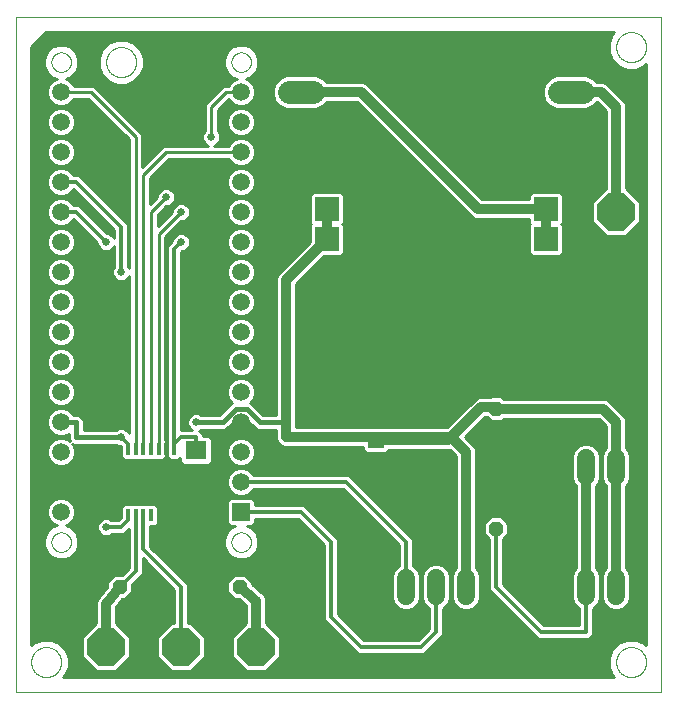
<source format=gbl>
G75*
%MOIN*%
%OFA0B0*%
%FSLAX25Y25*%
%IPPOS*%
%LPD*%
%AMOC8*
5,1,8,0,0,1.08239X$1,22.5*
%
%ADD10C,0.00000*%
%ADD11C,0.07800*%
%ADD12R,0.05906X0.05906*%
%ADD13C,0.05906*%
%ADD14OC8,0.12500*%
%ADD15R,0.01378X0.03937*%
%ADD16C,0.07874*%
%ADD17R,0.07874X0.07874*%
%ADD18C,0.06000*%
%ADD19R,0.05315X0.05315*%
%ADD20C,0.05315*%
%ADD21OC8,0.04800*%
%ADD22R,0.07098X0.06299*%
%ADD23C,0.03200*%
%ADD24C,0.01200*%
%ADD25C,0.02578*%
%ADD26C,0.01000*%
%ADD27C,0.01600*%
D10*
X0002667Y0001256D02*
X0002667Y0226217D01*
X0217667Y0226256D01*
X0217667Y0001256D01*
X0002667Y0001256D01*
X0007667Y0011256D02*
X0007669Y0011397D01*
X0007675Y0011538D01*
X0007685Y0011678D01*
X0007699Y0011818D01*
X0007717Y0011958D01*
X0007738Y0012097D01*
X0007764Y0012236D01*
X0007793Y0012374D01*
X0007827Y0012510D01*
X0007864Y0012646D01*
X0007905Y0012781D01*
X0007950Y0012915D01*
X0007999Y0013047D01*
X0008051Y0013178D01*
X0008107Y0013307D01*
X0008167Y0013434D01*
X0008230Y0013560D01*
X0008296Y0013684D01*
X0008367Y0013807D01*
X0008440Y0013927D01*
X0008517Y0014045D01*
X0008597Y0014161D01*
X0008681Y0014274D01*
X0008767Y0014385D01*
X0008857Y0014494D01*
X0008950Y0014600D01*
X0009045Y0014703D01*
X0009144Y0014804D01*
X0009245Y0014902D01*
X0009349Y0014997D01*
X0009456Y0015089D01*
X0009565Y0015178D01*
X0009677Y0015263D01*
X0009791Y0015346D01*
X0009907Y0015426D01*
X0010026Y0015502D01*
X0010147Y0015574D01*
X0010269Y0015644D01*
X0010394Y0015709D01*
X0010520Y0015772D01*
X0010648Y0015830D01*
X0010778Y0015885D01*
X0010909Y0015937D01*
X0011042Y0015984D01*
X0011176Y0016028D01*
X0011311Y0016069D01*
X0011447Y0016105D01*
X0011584Y0016137D01*
X0011722Y0016166D01*
X0011860Y0016191D01*
X0012000Y0016211D01*
X0012140Y0016228D01*
X0012280Y0016241D01*
X0012421Y0016250D01*
X0012561Y0016255D01*
X0012702Y0016256D01*
X0012843Y0016253D01*
X0012984Y0016246D01*
X0013124Y0016235D01*
X0013264Y0016220D01*
X0013404Y0016201D01*
X0013543Y0016179D01*
X0013681Y0016152D01*
X0013819Y0016122D01*
X0013955Y0016087D01*
X0014091Y0016049D01*
X0014225Y0016007D01*
X0014359Y0015961D01*
X0014491Y0015912D01*
X0014621Y0015858D01*
X0014750Y0015801D01*
X0014877Y0015741D01*
X0015003Y0015677D01*
X0015126Y0015609D01*
X0015248Y0015538D01*
X0015368Y0015464D01*
X0015485Y0015386D01*
X0015600Y0015305D01*
X0015713Y0015221D01*
X0015824Y0015134D01*
X0015932Y0015043D01*
X0016037Y0014950D01*
X0016140Y0014853D01*
X0016240Y0014754D01*
X0016337Y0014652D01*
X0016431Y0014547D01*
X0016522Y0014440D01*
X0016610Y0014330D01*
X0016695Y0014218D01*
X0016777Y0014103D01*
X0016856Y0013986D01*
X0016931Y0013867D01*
X0017003Y0013746D01*
X0017071Y0013623D01*
X0017136Y0013498D01*
X0017198Y0013371D01*
X0017255Y0013242D01*
X0017310Y0013112D01*
X0017360Y0012981D01*
X0017407Y0012848D01*
X0017450Y0012714D01*
X0017489Y0012578D01*
X0017524Y0012442D01*
X0017556Y0012305D01*
X0017583Y0012167D01*
X0017607Y0012028D01*
X0017627Y0011888D01*
X0017643Y0011748D01*
X0017655Y0011608D01*
X0017663Y0011467D01*
X0017667Y0011326D01*
X0017667Y0011186D01*
X0017663Y0011045D01*
X0017655Y0010904D01*
X0017643Y0010764D01*
X0017627Y0010624D01*
X0017607Y0010484D01*
X0017583Y0010345D01*
X0017556Y0010207D01*
X0017524Y0010070D01*
X0017489Y0009934D01*
X0017450Y0009798D01*
X0017407Y0009664D01*
X0017360Y0009531D01*
X0017310Y0009400D01*
X0017255Y0009270D01*
X0017198Y0009141D01*
X0017136Y0009014D01*
X0017071Y0008889D01*
X0017003Y0008766D01*
X0016931Y0008645D01*
X0016856Y0008526D01*
X0016777Y0008409D01*
X0016695Y0008294D01*
X0016610Y0008182D01*
X0016522Y0008072D01*
X0016431Y0007965D01*
X0016337Y0007860D01*
X0016240Y0007758D01*
X0016140Y0007659D01*
X0016037Y0007562D01*
X0015932Y0007469D01*
X0015824Y0007378D01*
X0015713Y0007291D01*
X0015600Y0007207D01*
X0015485Y0007126D01*
X0015368Y0007048D01*
X0015248Y0006974D01*
X0015126Y0006903D01*
X0015003Y0006835D01*
X0014877Y0006771D01*
X0014750Y0006711D01*
X0014621Y0006654D01*
X0014491Y0006600D01*
X0014359Y0006551D01*
X0014225Y0006505D01*
X0014091Y0006463D01*
X0013955Y0006425D01*
X0013819Y0006390D01*
X0013681Y0006360D01*
X0013543Y0006333D01*
X0013404Y0006311D01*
X0013264Y0006292D01*
X0013124Y0006277D01*
X0012984Y0006266D01*
X0012843Y0006259D01*
X0012702Y0006256D01*
X0012561Y0006257D01*
X0012421Y0006262D01*
X0012280Y0006271D01*
X0012140Y0006284D01*
X0012000Y0006301D01*
X0011860Y0006321D01*
X0011722Y0006346D01*
X0011584Y0006375D01*
X0011447Y0006407D01*
X0011311Y0006443D01*
X0011176Y0006484D01*
X0011042Y0006528D01*
X0010909Y0006575D01*
X0010778Y0006627D01*
X0010648Y0006682D01*
X0010520Y0006740D01*
X0010394Y0006803D01*
X0010269Y0006868D01*
X0010147Y0006938D01*
X0010026Y0007010D01*
X0009907Y0007086D01*
X0009791Y0007166D01*
X0009677Y0007249D01*
X0009565Y0007334D01*
X0009456Y0007423D01*
X0009349Y0007515D01*
X0009245Y0007610D01*
X0009144Y0007708D01*
X0009045Y0007809D01*
X0008950Y0007912D01*
X0008857Y0008018D01*
X0008767Y0008127D01*
X0008681Y0008238D01*
X0008597Y0008351D01*
X0008517Y0008467D01*
X0008440Y0008585D01*
X0008367Y0008705D01*
X0008296Y0008828D01*
X0008230Y0008952D01*
X0008167Y0009078D01*
X0008107Y0009205D01*
X0008051Y0009334D01*
X0007999Y0009465D01*
X0007950Y0009597D01*
X0007905Y0009731D01*
X0007864Y0009866D01*
X0007827Y0010002D01*
X0007793Y0010138D01*
X0007764Y0010276D01*
X0007738Y0010415D01*
X0007717Y0010554D01*
X0007699Y0010694D01*
X0007685Y0010834D01*
X0007675Y0010974D01*
X0007669Y0011115D01*
X0007667Y0011256D01*
X0014417Y0051256D02*
X0014419Y0051369D01*
X0014425Y0051483D01*
X0014435Y0051596D01*
X0014449Y0051708D01*
X0014466Y0051820D01*
X0014488Y0051932D01*
X0014514Y0052042D01*
X0014543Y0052152D01*
X0014576Y0052260D01*
X0014613Y0052368D01*
X0014654Y0052473D01*
X0014698Y0052578D01*
X0014746Y0052681D01*
X0014797Y0052782D01*
X0014852Y0052881D01*
X0014911Y0052978D01*
X0014973Y0053073D01*
X0015038Y0053166D01*
X0015106Y0053257D01*
X0015177Y0053345D01*
X0015252Y0053431D01*
X0015329Y0053514D01*
X0015409Y0053594D01*
X0015492Y0053671D01*
X0015578Y0053746D01*
X0015666Y0053817D01*
X0015757Y0053885D01*
X0015850Y0053950D01*
X0015945Y0054012D01*
X0016042Y0054071D01*
X0016141Y0054126D01*
X0016242Y0054177D01*
X0016345Y0054225D01*
X0016450Y0054269D01*
X0016555Y0054310D01*
X0016663Y0054347D01*
X0016771Y0054380D01*
X0016881Y0054409D01*
X0016991Y0054435D01*
X0017103Y0054457D01*
X0017215Y0054474D01*
X0017327Y0054488D01*
X0017440Y0054498D01*
X0017554Y0054504D01*
X0017667Y0054506D01*
X0017780Y0054504D01*
X0017894Y0054498D01*
X0018007Y0054488D01*
X0018119Y0054474D01*
X0018231Y0054457D01*
X0018343Y0054435D01*
X0018453Y0054409D01*
X0018563Y0054380D01*
X0018671Y0054347D01*
X0018779Y0054310D01*
X0018884Y0054269D01*
X0018989Y0054225D01*
X0019092Y0054177D01*
X0019193Y0054126D01*
X0019292Y0054071D01*
X0019389Y0054012D01*
X0019484Y0053950D01*
X0019577Y0053885D01*
X0019668Y0053817D01*
X0019756Y0053746D01*
X0019842Y0053671D01*
X0019925Y0053594D01*
X0020005Y0053514D01*
X0020082Y0053431D01*
X0020157Y0053345D01*
X0020228Y0053257D01*
X0020296Y0053166D01*
X0020361Y0053073D01*
X0020423Y0052978D01*
X0020482Y0052881D01*
X0020537Y0052782D01*
X0020588Y0052681D01*
X0020636Y0052578D01*
X0020680Y0052473D01*
X0020721Y0052368D01*
X0020758Y0052260D01*
X0020791Y0052152D01*
X0020820Y0052042D01*
X0020846Y0051932D01*
X0020868Y0051820D01*
X0020885Y0051708D01*
X0020899Y0051596D01*
X0020909Y0051483D01*
X0020915Y0051369D01*
X0020917Y0051256D01*
X0020915Y0051143D01*
X0020909Y0051029D01*
X0020899Y0050916D01*
X0020885Y0050804D01*
X0020868Y0050692D01*
X0020846Y0050580D01*
X0020820Y0050470D01*
X0020791Y0050360D01*
X0020758Y0050252D01*
X0020721Y0050144D01*
X0020680Y0050039D01*
X0020636Y0049934D01*
X0020588Y0049831D01*
X0020537Y0049730D01*
X0020482Y0049631D01*
X0020423Y0049534D01*
X0020361Y0049439D01*
X0020296Y0049346D01*
X0020228Y0049255D01*
X0020157Y0049167D01*
X0020082Y0049081D01*
X0020005Y0048998D01*
X0019925Y0048918D01*
X0019842Y0048841D01*
X0019756Y0048766D01*
X0019668Y0048695D01*
X0019577Y0048627D01*
X0019484Y0048562D01*
X0019389Y0048500D01*
X0019292Y0048441D01*
X0019193Y0048386D01*
X0019092Y0048335D01*
X0018989Y0048287D01*
X0018884Y0048243D01*
X0018779Y0048202D01*
X0018671Y0048165D01*
X0018563Y0048132D01*
X0018453Y0048103D01*
X0018343Y0048077D01*
X0018231Y0048055D01*
X0018119Y0048038D01*
X0018007Y0048024D01*
X0017894Y0048014D01*
X0017780Y0048008D01*
X0017667Y0048006D01*
X0017554Y0048008D01*
X0017440Y0048014D01*
X0017327Y0048024D01*
X0017215Y0048038D01*
X0017103Y0048055D01*
X0016991Y0048077D01*
X0016881Y0048103D01*
X0016771Y0048132D01*
X0016663Y0048165D01*
X0016555Y0048202D01*
X0016450Y0048243D01*
X0016345Y0048287D01*
X0016242Y0048335D01*
X0016141Y0048386D01*
X0016042Y0048441D01*
X0015945Y0048500D01*
X0015850Y0048562D01*
X0015757Y0048627D01*
X0015666Y0048695D01*
X0015578Y0048766D01*
X0015492Y0048841D01*
X0015409Y0048918D01*
X0015329Y0048998D01*
X0015252Y0049081D01*
X0015177Y0049167D01*
X0015106Y0049255D01*
X0015038Y0049346D01*
X0014973Y0049439D01*
X0014911Y0049534D01*
X0014852Y0049631D01*
X0014797Y0049730D01*
X0014746Y0049831D01*
X0014698Y0049934D01*
X0014654Y0050039D01*
X0014613Y0050144D01*
X0014576Y0050252D01*
X0014543Y0050360D01*
X0014514Y0050470D01*
X0014488Y0050580D01*
X0014466Y0050692D01*
X0014449Y0050804D01*
X0014435Y0050916D01*
X0014425Y0051029D01*
X0014419Y0051143D01*
X0014417Y0051256D01*
X0074417Y0051256D02*
X0074419Y0051369D01*
X0074425Y0051483D01*
X0074435Y0051596D01*
X0074449Y0051708D01*
X0074466Y0051820D01*
X0074488Y0051932D01*
X0074514Y0052042D01*
X0074543Y0052152D01*
X0074576Y0052260D01*
X0074613Y0052368D01*
X0074654Y0052473D01*
X0074698Y0052578D01*
X0074746Y0052681D01*
X0074797Y0052782D01*
X0074852Y0052881D01*
X0074911Y0052978D01*
X0074973Y0053073D01*
X0075038Y0053166D01*
X0075106Y0053257D01*
X0075177Y0053345D01*
X0075252Y0053431D01*
X0075329Y0053514D01*
X0075409Y0053594D01*
X0075492Y0053671D01*
X0075578Y0053746D01*
X0075666Y0053817D01*
X0075757Y0053885D01*
X0075850Y0053950D01*
X0075945Y0054012D01*
X0076042Y0054071D01*
X0076141Y0054126D01*
X0076242Y0054177D01*
X0076345Y0054225D01*
X0076450Y0054269D01*
X0076555Y0054310D01*
X0076663Y0054347D01*
X0076771Y0054380D01*
X0076881Y0054409D01*
X0076991Y0054435D01*
X0077103Y0054457D01*
X0077215Y0054474D01*
X0077327Y0054488D01*
X0077440Y0054498D01*
X0077554Y0054504D01*
X0077667Y0054506D01*
X0077780Y0054504D01*
X0077894Y0054498D01*
X0078007Y0054488D01*
X0078119Y0054474D01*
X0078231Y0054457D01*
X0078343Y0054435D01*
X0078453Y0054409D01*
X0078563Y0054380D01*
X0078671Y0054347D01*
X0078779Y0054310D01*
X0078884Y0054269D01*
X0078989Y0054225D01*
X0079092Y0054177D01*
X0079193Y0054126D01*
X0079292Y0054071D01*
X0079389Y0054012D01*
X0079484Y0053950D01*
X0079577Y0053885D01*
X0079668Y0053817D01*
X0079756Y0053746D01*
X0079842Y0053671D01*
X0079925Y0053594D01*
X0080005Y0053514D01*
X0080082Y0053431D01*
X0080157Y0053345D01*
X0080228Y0053257D01*
X0080296Y0053166D01*
X0080361Y0053073D01*
X0080423Y0052978D01*
X0080482Y0052881D01*
X0080537Y0052782D01*
X0080588Y0052681D01*
X0080636Y0052578D01*
X0080680Y0052473D01*
X0080721Y0052368D01*
X0080758Y0052260D01*
X0080791Y0052152D01*
X0080820Y0052042D01*
X0080846Y0051932D01*
X0080868Y0051820D01*
X0080885Y0051708D01*
X0080899Y0051596D01*
X0080909Y0051483D01*
X0080915Y0051369D01*
X0080917Y0051256D01*
X0080915Y0051143D01*
X0080909Y0051029D01*
X0080899Y0050916D01*
X0080885Y0050804D01*
X0080868Y0050692D01*
X0080846Y0050580D01*
X0080820Y0050470D01*
X0080791Y0050360D01*
X0080758Y0050252D01*
X0080721Y0050144D01*
X0080680Y0050039D01*
X0080636Y0049934D01*
X0080588Y0049831D01*
X0080537Y0049730D01*
X0080482Y0049631D01*
X0080423Y0049534D01*
X0080361Y0049439D01*
X0080296Y0049346D01*
X0080228Y0049255D01*
X0080157Y0049167D01*
X0080082Y0049081D01*
X0080005Y0048998D01*
X0079925Y0048918D01*
X0079842Y0048841D01*
X0079756Y0048766D01*
X0079668Y0048695D01*
X0079577Y0048627D01*
X0079484Y0048562D01*
X0079389Y0048500D01*
X0079292Y0048441D01*
X0079193Y0048386D01*
X0079092Y0048335D01*
X0078989Y0048287D01*
X0078884Y0048243D01*
X0078779Y0048202D01*
X0078671Y0048165D01*
X0078563Y0048132D01*
X0078453Y0048103D01*
X0078343Y0048077D01*
X0078231Y0048055D01*
X0078119Y0048038D01*
X0078007Y0048024D01*
X0077894Y0048014D01*
X0077780Y0048008D01*
X0077667Y0048006D01*
X0077554Y0048008D01*
X0077440Y0048014D01*
X0077327Y0048024D01*
X0077215Y0048038D01*
X0077103Y0048055D01*
X0076991Y0048077D01*
X0076881Y0048103D01*
X0076771Y0048132D01*
X0076663Y0048165D01*
X0076555Y0048202D01*
X0076450Y0048243D01*
X0076345Y0048287D01*
X0076242Y0048335D01*
X0076141Y0048386D01*
X0076042Y0048441D01*
X0075945Y0048500D01*
X0075850Y0048562D01*
X0075757Y0048627D01*
X0075666Y0048695D01*
X0075578Y0048766D01*
X0075492Y0048841D01*
X0075409Y0048918D01*
X0075329Y0048998D01*
X0075252Y0049081D01*
X0075177Y0049167D01*
X0075106Y0049255D01*
X0075038Y0049346D01*
X0074973Y0049439D01*
X0074911Y0049534D01*
X0074852Y0049631D01*
X0074797Y0049730D01*
X0074746Y0049831D01*
X0074698Y0049934D01*
X0074654Y0050039D01*
X0074613Y0050144D01*
X0074576Y0050252D01*
X0074543Y0050360D01*
X0074514Y0050470D01*
X0074488Y0050580D01*
X0074466Y0050692D01*
X0074449Y0050804D01*
X0074435Y0050916D01*
X0074425Y0051029D01*
X0074419Y0051143D01*
X0074417Y0051256D01*
X0202667Y0011256D02*
X0202669Y0011397D01*
X0202675Y0011538D01*
X0202685Y0011678D01*
X0202699Y0011818D01*
X0202717Y0011958D01*
X0202738Y0012097D01*
X0202764Y0012236D01*
X0202793Y0012374D01*
X0202827Y0012510D01*
X0202864Y0012646D01*
X0202905Y0012781D01*
X0202950Y0012915D01*
X0202999Y0013047D01*
X0203051Y0013178D01*
X0203107Y0013307D01*
X0203167Y0013434D01*
X0203230Y0013560D01*
X0203296Y0013684D01*
X0203367Y0013807D01*
X0203440Y0013927D01*
X0203517Y0014045D01*
X0203597Y0014161D01*
X0203681Y0014274D01*
X0203767Y0014385D01*
X0203857Y0014494D01*
X0203950Y0014600D01*
X0204045Y0014703D01*
X0204144Y0014804D01*
X0204245Y0014902D01*
X0204349Y0014997D01*
X0204456Y0015089D01*
X0204565Y0015178D01*
X0204677Y0015263D01*
X0204791Y0015346D01*
X0204907Y0015426D01*
X0205026Y0015502D01*
X0205147Y0015574D01*
X0205269Y0015644D01*
X0205394Y0015709D01*
X0205520Y0015772D01*
X0205648Y0015830D01*
X0205778Y0015885D01*
X0205909Y0015937D01*
X0206042Y0015984D01*
X0206176Y0016028D01*
X0206311Y0016069D01*
X0206447Y0016105D01*
X0206584Y0016137D01*
X0206722Y0016166D01*
X0206860Y0016191D01*
X0207000Y0016211D01*
X0207140Y0016228D01*
X0207280Y0016241D01*
X0207421Y0016250D01*
X0207561Y0016255D01*
X0207702Y0016256D01*
X0207843Y0016253D01*
X0207984Y0016246D01*
X0208124Y0016235D01*
X0208264Y0016220D01*
X0208404Y0016201D01*
X0208543Y0016179D01*
X0208681Y0016152D01*
X0208819Y0016122D01*
X0208955Y0016087D01*
X0209091Y0016049D01*
X0209225Y0016007D01*
X0209359Y0015961D01*
X0209491Y0015912D01*
X0209621Y0015858D01*
X0209750Y0015801D01*
X0209877Y0015741D01*
X0210003Y0015677D01*
X0210126Y0015609D01*
X0210248Y0015538D01*
X0210368Y0015464D01*
X0210485Y0015386D01*
X0210600Y0015305D01*
X0210713Y0015221D01*
X0210824Y0015134D01*
X0210932Y0015043D01*
X0211037Y0014950D01*
X0211140Y0014853D01*
X0211240Y0014754D01*
X0211337Y0014652D01*
X0211431Y0014547D01*
X0211522Y0014440D01*
X0211610Y0014330D01*
X0211695Y0014218D01*
X0211777Y0014103D01*
X0211856Y0013986D01*
X0211931Y0013867D01*
X0212003Y0013746D01*
X0212071Y0013623D01*
X0212136Y0013498D01*
X0212198Y0013371D01*
X0212255Y0013242D01*
X0212310Y0013112D01*
X0212360Y0012981D01*
X0212407Y0012848D01*
X0212450Y0012714D01*
X0212489Y0012578D01*
X0212524Y0012442D01*
X0212556Y0012305D01*
X0212583Y0012167D01*
X0212607Y0012028D01*
X0212627Y0011888D01*
X0212643Y0011748D01*
X0212655Y0011608D01*
X0212663Y0011467D01*
X0212667Y0011326D01*
X0212667Y0011186D01*
X0212663Y0011045D01*
X0212655Y0010904D01*
X0212643Y0010764D01*
X0212627Y0010624D01*
X0212607Y0010484D01*
X0212583Y0010345D01*
X0212556Y0010207D01*
X0212524Y0010070D01*
X0212489Y0009934D01*
X0212450Y0009798D01*
X0212407Y0009664D01*
X0212360Y0009531D01*
X0212310Y0009400D01*
X0212255Y0009270D01*
X0212198Y0009141D01*
X0212136Y0009014D01*
X0212071Y0008889D01*
X0212003Y0008766D01*
X0211931Y0008645D01*
X0211856Y0008526D01*
X0211777Y0008409D01*
X0211695Y0008294D01*
X0211610Y0008182D01*
X0211522Y0008072D01*
X0211431Y0007965D01*
X0211337Y0007860D01*
X0211240Y0007758D01*
X0211140Y0007659D01*
X0211037Y0007562D01*
X0210932Y0007469D01*
X0210824Y0007378D01*
X0210713Y0007291D01*
X0210600Y0007207D01*
X0210485Y0007126D01*
X0210368Y0007048D01*
X0210248Y0006974D01*
X0210126Y0006903D01*
X0210003Y0006835D01*
X0209877Y0006771D01*
X0209750Y0006711D01*
X0209621Y0006654D01*
X0209491Y0006600D01*
X0209359Y0006551D01*
X0209225Y0006505D01*
X0209091Y0006463D01*
X0208955Y0006425D01*
X0208819Y0006390D01*
X0208681Y0006360D01*
X0208543Y0006333D01*
X0208404Y0006311D01*
X0208264Y0006292D01*
X0208124Y0006277D01*
X0207984Y0006266D01*
X0207843Y0006259D01*
X0207702Y0006256D01*
X0207561Y0006257D01*
X0207421Y0006262D01*
X0207280Y0006271D01*
X0207140Y0006284D01*
X0207000Y0006301D01*
X0206860Y0006321D01*
X0206722Y0006346D01*
X0206584Y0006375D01*
X0206447Y0006407D01*
X0206311Y0006443D01*
X0206176Y0006484D01*
X0206042Y0006528D01*
X0205909Y0006575D01*
X0205778Y0006627D01*
X0205648Y0006682D01*
X0205520Y0006740D01*
X0205394Y0006803D01*
X0205269Y0006868D01*
X0205147Y0006938D01*
X0205026Y0007010D01*
X0204907Y0007086D01*
X0204791Y0007166D01*
X0204677Y0007249D01*
X0204565Y0007334D01*
X0204456Y0007423D01*
X0204349Y0007515D01*
X0204245Y0007610D01*
X0204144Y0007708D01*
X0204045Y0007809D01*
X0203950Y0007912D01*
X0203857Y0008018D01*
X0203767Y0008127D01*
X0203681Y0008238D01*
X0203597Y0008351D01*
X0203517Y0008467D01*
X0203440Y0008585D01*
X0203367Y0008705D01*
X0203296Y0008828D01*
X0203230Y0008952D01*
X0203167Y0009078D01*
X0203107Y0009205D01*
X0203051Y0009334D01*
X0202999Y0009465D01*
X0202950Y0009597D01*
X0202905Y0009731D01*
X0202864Y0009866D01*
X0202827Y0010002D01*
X0202793Y0010138D01*
X0202764Y0010276D01*
X0202738Y0010415D01*
X0202717Y0010554D01*
X0202699Y0010694D01*
X0202685Y0010834D01*
X0202675Y0010974D01*
X0202669Y0011115D01*
X0202667Y0011256D01*
X0074417Y0211256D02*
X0074419Y0211369D01*
X0074425Y0211483D01*
X0074435Y0211596D01*
X0074449Y0211708D01*
X0074466Y0211820D01*
X0074488Y0211932D01*
X0074514Y0212042D01*
X0074543Y0212152D01*
X0074576Y0212260D01*
X0074613Y0212368D01*
X0074654Y0212473D01*
X0074698Y0212578D01*
X0074746Y0212681D01*
X0074797Y0212782D01*
X0074852Y0212881D01*
X0074911Y0212978D01*
X0074973Y0213073D01*
X0075038Y0213166D01*
X0075106Y0213257D01*
X0075177Y0213345D01*
X0075252Y0213431D01*
X0075329Y0213514D01*
X0075409Y0213594D01*
X0075492Y0213671D01*
X0075578Y0213746D01*
X0075666Y0213817D01*
X0075757Y0213885D01*
X0075850Y0213950D01*
X0075945Y0214012D01*
X0076042Y0214071D01*
X0076141Y0214126D01*
X0076242Y0214177D01*
X0076345Y0214225D01*
X0076450Y0214269D01*
X0076555Y0214310D01*
X0076663Y0214347D01*
X0076771Y0214380D01*
X0076881Y0214409D01*
X0076991Y0214435D01*
X0077103Y0214457D01*
X0077215Y0214474D01*
X0077327Y0214488D01*
X0077440Y0214498D01*
X0077554Y0214504D01*
X0077667Y0214506D01*
X0077780Y0214504D01*
X0077894Y0214498D01*
X0078007Y0214488D01*
X0078119Y0214474D01*
X0078231Y0214457D01*
X0078343Y0214435D01*
X0078453Y0214409D01*
X0078563Y0214380D01*
X0078671Y0214347D01*
X0078779Y0214310D01*
X0078884Y0214269D01*
X0078989Y0214225D01*
X0079092Y0214177D01*
X0079193Y0214126D01*
X0079292Y0214071D01*
X0079389Y0214012D01*
X0079484Y0213950D01*
X0079577Y0213885D01*
X0079668Y0213817D01*
X0079756Y0213746D01*
X0079842Y0213671D01*
X0079925Y0213594D01*
X0080005Y0213514D01*
X0080082Y0213431D01*
X0080157Y0213345D01*
X0080228Y0213257D01*
X0080296Y0213166D01*
X0080361Y0213073D01*
X0080423Y0212978D01*
X0080482Y0212881D01*
X0080537Y0212782D01*
X0080588Y0212681D01*
X0080636Y0212578D01*
X0080680Y0212473D01*
X0080721Y0212368D01*
X0080758Y0212260D01*
X0080791Y0212152D01*
X0080820Y0212042D01*
X0080846Y0211932D01*
X0080868Y0211820D01*
X0080885Y0211708D01*
X0080899Y0211596D01*
X0080909Y0211483D01*
X0080915Y0211369D01*
X0080917Y0211256D01*
X0080915Y0211143D01*
X0080909Y0211029D01*
X0080899Y0210916D01*
X0080885Y0210804D01*
X0080868Y0210692D01*
X0080846Y0210580D01*
X0080820Y0210470D01*
X0080791Y0210360D01*
X0080758Y0210252D01*
X0080721Y0210144D01*
X0080680Y0210039D01*
X0080636Y0209934D01*
X0080588Y0209831D01*
X0080537Y0209730D01*
X0080482Y0209631D01*
X0080423Y0209534D01*
X0080361Y0209439D01*
X0080296Y0209346D01*
X0080228Y0209255D01*
X0080157Y0209167D01*
X0080082Y0209081D01*
X0080005Y0208998D01*
X0079925Y0208918D01*
X0079842Y0208841D01*
X0079756Y0208766D01*
X0079668Y0208695D01*
X0079577Y0208627D01*
X0079484Y0208562D01*
X0079389Y0208500D01*
X0079292Y0208441D01*
X0079193Y0208386D01*
X0079092Y0208335D01*
X0078989Y0208287D01*
X0078884Y0208243D01*
X0078779Y0208202D01*
X0078671Y0208165D01*
X0078563Y0208132D01*
X0078453Y0208103D01*
X0078343Y0208077D01*
X0078231Y0208055D01*
X0078119Y0208038D01*
X0078007Y0208024D01*
X0077894Y0208014D01*
X0077780Y0208008D01*
X0077667Y0208006D01*
X0077554Y0208008D01*
X0077440Y0208014D01*
X0077327Y0208024D01*
X0077215Y0208038D01*
X0077103Y0208055D01*
X0076991Y0208077D01*
X0076881Y0208103D01*
X0076771Y0208132D01*
X0076663Y0208165D01*
X0076555Y0208202D01*
X0076450Y0208243D01*
X0076345Y0208287D01*
X0076242Y0208335D01*
X0076141Y0208386D01*
X0076042Y0208441D01*
X0075945Y0208500D01*
X0075850Y0208562D01*
X0075757Y0208627D01*
X0075666Y0208695D01*
X0075578Y0208766D01*
X0075492Y0208841D01*
X0075409Y0208918D01*
X0075329Y0208998D01*
X0075252Y0209081D01*
X0075177Y0209167D01*
X0075106Y0209255D01*
X0075038Y0209346D01*
X0074973Y0209439D01*
X0074911Y0209534D01*
X0074852Y0209631D01*
X0074797Y0209730D01*
X0074746Y0209831D01*
X0074698Y0209934D01*
X0074654Y0210039D01*
X0074613Y0210144D01*
X0074576Y0210252D01*
X0074543Y0210360D01*
X0074514Y0210470D01*
X0074488Y0210580D01*
X0074466Y0210692D01*
X0074449Y0210804D01*
X0074435Y0210916D01*
X0074425Y0211029D01*
X0074419Y0211143D01*
X0074417Y0211256D01*
X0032667Y0211256D02*
X0032669Y0211397D01*
X0032675Y0211538D01*
X0032685Y0211678D01*
X0032699Y0211818D01*
X0032717Y0211958D01*
X0032738Y0212097D01*
X0032764Y0212236D01*
X0032793Y0212374D01*
X0032827Y0212510D01*
X0032864Y0212646D01*
X0032905Y0212781D01*
X0032950Y0212915D01*
X0032999Y0213047D01*
X0033051Y0213178D01*
X0033107Y0213307D01*
X0033167Y0213434D01*
X0033230Y0213560D01*
X0033296Y0213684D01*
X0033367Y0213807D01*
X0033440Y0213927D01*
X0033517Y0214045D01*
X0033597Y0214161D01*
X0033681Y0214274D01*
X0033767Y0214385D01*
X0033857Y0214494D01*
X0033950Y0214600D01*
X0034045Y0214703D01*
X0034144Y0214804D01*
X0034245Y0214902D01*
X0034349Y0214997D01*
X0034456Y0215089D01*
X0034565Y0215178D01*
X0034677Y0215263D01*
X0034791Y0215346D01*
X0034907Y0215426D01*
X0035026Y0215502D01*
X0035147Y0215574D01*
X0035269Y0215644D01*
X0035394Y0215709D01*
X0035520Y0215772D01*
X0035648Y0215830D01*
X0035778Y0215885D01*
X0035909Y0215937D01*
X0036042Y0215984D01*
X0036176Y0216028D01*
X0036311Y0216069D01*
X0036447Y0216105D01*
X0036584Y0216137D01*
X0036722Y0216166D01*
X0036860Y0216191D01*
X0037000Y0216211D01*
X0037140Y0216228D01*
X0037280Y0216241D01*
X0037421Y0216250D01*
X0037561Y0216255D01*
X0037702Y0216256D01*
X0037843Y0216253D01*
X0037984Y0216246D01*
X0038124Y0216235D01*
X0038264Y0216220D01*
X0038404Y0216201D01*
X0038543Y0216179D01*
X0038681Y0216152D01*
X0038819Y0216122D01*
X0038955Y0216087D01*
X0039091Y0216049D01*
X0039225Y0216007D01*
X0039359Y0215961D01*
X0039491Y0215912D01*
X0039621Y0215858D01*
X0039750Y0215801D01*
X0039877Y0215741D01*
X0040003Y0215677D01*
X0040126Y0215609D01*
X0040248Y0215538D01*
X0040368Y0215464D01*
X0040485Y0215386D01*
X0040600Y0215305D01*
X0040713Y0215221D01*
X0040824Y0215134D01*
X0040932Y0215043D01*
X0041037Y0214950D01*
X0041140Y0214853D01*
X0041240Y0214754D01*
X0041337Y0214652D01*
X0041431Y0214547D01*
X0041522Y0214440D01*
X0041610Y0214330D01*
X0041695Y0214218D01*
X0041777Y0214103D01*
X0041856Y0213986D01*
X0041931Y0213867D01*
X0042003Y0213746D01*
X0042071Y0213623D01*
X0042136Y0213498D01*
X0042198Y0213371D01*
X0042255Y0213242D01*
X0042310Y0213112D01*
X0042360Y0212981D01*
X0042407Y0212848D01*
X0042450Y0212714D01*
X0042489Y0212578D01*
X0042524Y0212442D01*
X0042556Y0212305D01*
X0042583Y0212167D01*
X0042607Y0212028D01*
X0042627Y0211888D01*
X0042643Y0211748D01*
X0042655Y0211608D01*
X0042663Y0211467D01*
X0042667Y0211326D01*
X0042667Y0211186D01*
X0042663Y0211045D01*
X0042655Y0210904D01*
X0042643Y0210764D01*
X0042627Y0210624D01*
X0042607Y0210484D01*
X0042583Y0210345D01*
X0042556Y0210207D01*
X0042524Y0210070D01*
X0042489Y0209934D01*
X0042450Y0209798D01*
X0042407Y0209664D01*
X0042360Y0209531D01*
X0042310Y0209400D01*
X0042255Y0209270D01*
X0042198Y0209141D01*
X0042136Y0209014D01*
X0042071Y0208889D01*
X0042003Y0208766D01*
X0041931Y0208645D01*
X0041856Y0208526D01*
X0041777Y0208409D01*
X0041695Y0208294D01*
X0041610Y0208182D01*
X0041522Y0208072D01*
X0041431Y0207965D01*
X0041337Y0207860D01*
X0041240Y0207758D01*
X0041140Y0207659D01*
X0041037Y0207562D01*
X0040932Y0207469D01*
X0040824Y0207378D01*
X0040713Y0207291D01*
X0040600Y0207207D01*
X0040485Y0207126D01*
X0040368Y0207048D01*
X0040248Y0206974D01*
X0040126Y0206903D01*
X0040003Y0206835D01*
X0039877Y0206771D01*
X0039750Y0206711D01*
X0039621Y0206654D01*
X0039491Y0206600D01*
X0039359Y0206551D01*
X0039225Y0206505D01*
X0039091Y0206463D01*
X0038955Y0206425D01*
X0038819Y0206390D01*
X0038681Y0206360D01*
X0038543Y0206333D01*
X0038404Y0206311D01*
X0038264Y0206292D01*
X0038124Y0206277D01*
X0037984Y0206266D01*
X0037843Y0206259D01*
X0037702Y0206256D01*
X0037561Y0206257D01*
X0037421Y0206262D01*
X0037280Y0206271D01*
X0037140Y0206284D01*
X0037000Y0206301D01*
X0036860Y0206321D01*
X0036722Y0206346D01*
X0036584Y0206375D01*
X0036447Y0206407D01*
X0036311Y0206443D01*
X0036176Y0206484D01*
X0036042Y0206528D01*
X0035909Y0206575D01*
X0035778Y0206627D01*
X0035648Y0206682D01*
X0035520Y0206740D01*
X0035394Y0206803D01*
X0035269Y0206868D01*
X0035147Y0206938D01*
X0035026Y0207010D01*
X0034907Y0207086D01*
X0034791Y0207166D01*
X0034677Y0207249D01*
X0034565Y0207334D01*
X0034456Y0207423D01*
X0034349Y0207515D01*
X0034245Y0207610D01*
X0034144Y0207708D01*
X0034045Y0207809D01*
X0033950Y0207912D01*
X0033857Y0208018D01*
X0033767Y0208127D01*
X0033681Y0208238D01*
X0033597Y0208351D01*
X0033517Y0208467D01*
X0033440Y0208585D01*
X0033367Y0208705D01*
X0033296Y0208828D01*
X0033230Y0208952D01*
X0033167Y0209078D01*
X0033107Y0209205D01*
X0033051Y0209334D01*
X0032999Y0209465D01*
X0032950Y0209597D01*
X0032905Y0209731D01*
X0032864Y0209866D01*
X0032827Y0210002D01*
X0032793Y0210138D01*
X0032764Y0210276D01*
X0032738Y0210415D01*
X0032717Y0210554D01*
X0032699Y0210694D01*
X0032685Y0210834D01*
X0032675Y0210974D01*
X0032669Y0211115D01*
X0032667Y0211256D01*
X0014417Y0211256D02*
X0014419Y0211369D01*
X0014425Y0211483D01*
X0014435Y0211596D01*
X0014449Y0211708D01*
X0014466Y0211820D01*
X0014488Y0211932D01*
X0014514Y0212042D01*
X0014543Y0212152D01*
X0014576Y0212260D01*
X0014613Y0212368D01*
X0014654Y0212473D01*
X0014698Y0212578D01*
X0014746Y0212681D01*
X0014797Y0212782D01*
X0014852Y0212881D01*
X0014911Y0212978D01*
X0014973Y0213073D01*
X0015038Y0213166D01*
X0015106Y0213257D01*
X0015177Y0213345D01*
X0015252Y0213431D01*
X0015329Y0213514D01*
X0015409Y0213594D01*
X0015492Y0213671D01*
X0015578Y0213746D01*
X0015666Y0213817D01*
X0015757Y0213885D01*
X0015850Y0213950D01*
X0015945Y0214012D01*
X0016042Y0214071D01*
X0016141Y0214126D01*
X0016242Y0214177D01*
X0016345Y0214225D01*
X0016450Y0214269D01*
X0016555Y0214310D01*
X0016663Y0214347D01*
X0016771Y0214380D01*
X0016881Y0214409D01*
X0016991Y0214435D01*
X0017103Y0214457D01*
X0017215Y0214474D01*
X0017327Y0214488D01*
X0017440Y0214498D01*
X0017554Y0214504D01*
X0017667Y0214506D01*
X0017780Y0214504D01*
X0017894Y0214498D01*
X0018007Y0214488D01*
X0018119Y0214474D01*
X0018231Y0214457D01*
X0018343Y0214435D01*
X0018453Y0214409D01*
X0018563Y0214380D01*
X0018671Y0214347D01*
X0018779Y0214310D01*
X0018884Y0214269D01*
X0018989Y0214225D01*
X0019092Y0214177D01*
X0019193Y0214126D01*
X0019292Y0214071D01*
X0019389Y0214012D01*
X0019484Y0213950D01*
X0019577Y0213885D01*
X0019668Y0213817D01*
X0019756Y0213746D01*
X0019842Y0213671D01*
X0019925Y0213594D01*
X0020005Y0213514D01*
X0020082Y0213431D01*
X0020157Y0213345D01*
X0020228Y0213257D01*
X0020296Y0213166D01*
X0020361Y0213073D01*
X0020423Y0212978D01*
X0020482Y0212881D01*
X0020537Y0212782D01*
X0020588Y0212681D01*
X0020636Y0212578D01*
X0020680Y0212473D01*
X0020721Y0212368D01*
X0020758Y0212260D01*
X0020791Y0212152D01*
X0020820Y0212042D01*
X0020846Y0211932D01*
X0020868Y0211820D01*
X0020885Y0211708D01*
X0020899Y0211596D01*
X0020909Y0211483D01*
X0020915Y0211369D01*
X0020917Y0211256D01*
X0020915Y0211143D01*
X0020909Y0211029D01*
X0020899Y0210916D01*
X0020885Y0210804D01*
X0020868Y0210692D01*
X0020846Y0210580D01*
X0020820Y0210470D01*
X0020791Y0210360D01*
X0020758Y0210252D01*
X0020721Y0210144D01*
X0020680Y0210039D01*
X0020636Y0209934D01*
X0020588Y0209831D01*
X0020537Y0209730D01*
X0020482Y0209631D01*
X0020423Y0209534D01*
X0020361Y0209439D01*
X0020296Y0209346D01*
X0020228Y0209255D01*
X0020157Y0209167D01*
X0020082Y0209081D01*
X0020005Y0208998D01*
X0019925Y0208918D01*
X0019842Y0208841D01*
X0019756Y0208766D01*
X0019668Y0208695D01*
X0019577Y0208627D01*
X0019484Y0208562D01*
X0019389Y0208500D01*
X0019292Y0208441D01*
X0019193Y0208386D01*
X0019092Y0208335D01*
X0018989Y0208287D01*
X0018884Y0208243D01*
X0018779Y0208202D01*
X0018671Y0208165D01*
X0018563Y0208132D01*
X0018453Y0208103D01*
X0018343Y0208077D01*
X0018231Y0208055D01*
X0018119Y0208038D01*
X0018007Y0208024D01*
X0017894Y0208014D01*
X0017780Y0208008D01*
X0017667Y0208006D01*
X0017554Y0208008D01*
X0017440Y0208014D01*
X0017327Y0208024D01*
X0017215Y0208038D01*
X0017103Y0208055D01*
X0016991Y0208077D01*
X0016881Y0208103D01*
X0016771Y0208132D01*
X0016663Y0208165D01*
X0016555Y0208202D01*
X0016450Y0208243D01*
X0016345Y0208287D01*
X0016242Y0208335D01*
X0016141Y0208386D01*
X0016042Y0208441D01*
X0015945Y0208500D01*
X0015850Y0208562D01*
X0015757Y0208627D01*
X0015666Y0208695D01*
X0015578Y0208766D01*
X0015492Y0208841D01*
X0015409Y0208918D01*
X0015329Y0208998D01*
X0015252Y0209081D01*
X0015177Y0209167D01*
X0015106Y0209255D01*
X0015038Y0209346D01*
X0014973Y0209439D01*
X0014911Y0209534D01*
X0014852Y0209631D01*
X0014797Y0209730D01*
X0014746Y0209831D01*
X0014698Y0209934D01*
X0014654Y0210039D01*
X0014613Y0210144D01*
X0014576Y0210252D01*
X0014543Y0210360D01*
X0014514Y0210470D01*
X0014488Y0210580D01*
X0014466Y0210692D01*
X0014449Y0210804D01*
X0014435Y0210916D01*
X0014425Y0211029D01*
X0014419Y0211143D01*
X0014417Y0211256D01*
X0202667Y0216256D02*
X0202669Y0216397D01*
X0202675Y0216538D01*
X0202685Y0216678D01*
X0202699Y0216818D01*
X0202717Y0216958D01*
X0202738Y0217097D01*
X0202764Y0217236D01*
X0202793Y0217374D01*
X0202827Y0217510D01*
X0202864Y0217646D01*
X0202905Y0217781D01*
X0202950Y0217915D01*
X0202999Y0218047D01*
X0203051Y0218178D01*
X0203107Y0218307D01*
X0203167Y0218434D01*
X0203230Y0218560D01*
X0203296Y0218684D01*
X0203367Y0218807D01*
X0203440Y0218927D01*
X0203517Y0219045D01*
X0203597Y0219161D01*
X0203681Y0219274D01*
X0203767Y0219385D01*
X0203857Y0219494D01*
X0203950Y0219600D01*
X0204045Y0219703D01*
X0204144Y0219804D01*
X0204245Y0219902D01*
X0204349Y0219997D01*
X0204456Y0220089D01*
X0204565Y0220178D01*
X0204677Y0220263D01*
X0204791Y0220346D01*
X0204907Y0220426D01*
X0205026Y0220502D01*
X0205147Y0220574D01*
X0205269Y0220644D01*
X0205394Y0220709D01*
X0205520Y0220772D01*
X0205648Y0220830D01*
X0205778Y0220885D01*
X0205909Y0220937D01*
X0206042Y0220984D01*
X0206176Y0221028D01*
X0206311Y0221069D01*
X0206447Y0221105D01*
X0206584Y0221137D01*
X0206722Y0221166D01*
X0206860Y0221191D01*
X0207000Y0221211D01*
X0207140Y0221228D01*
X0207280Y0221241D01*
X0207421Y0221250D01*
X0207561Y0221255D01*
X0207702Y0221256D01*
X0207843Y0221253D01*
X0207984Y0221246D01*
X0208124Y0221235D01*
X0208264Y0221220D01*
X0208404Y0221201D01*
X0208543Y0221179D01*
X0208681Y0221152D01*
X0208819Y0221122D01*
X0208955Y0221087D01*
X0209091Y0221049D01*
X0209225Y0221007D01*
X0209359Y0220961D01*
X0209491Y0220912D01*
X0209621Y0220858D01*
X0209750Y0220801D01*
X0209877Y0220741D01*
X0210003Y0220677D01*
X0210126Y0220609D01*
X0210248Y0220538D01*
X0210368Y0220464D01*
X0210485Y0220386D01*
X0210600Y0220305D01*
X0210713Y0220221D01*
X0210824Y0220134D01*
X0210932Y0220043D01*
X0211037Y0219950D01*
X0211140Y0219853D01*
X0211240Y0219754D01*
X0211337Y0219652D01*
X0211431Y0219547D01*
X0211522Y0219440D01*
X0211610Y0219330D01*
X0211695Y0219218D01*
X0211777Y0219103D01*
X0211856Y0218986D01*
X0211931Y0218867D01*
X0212003Y0218746D01*
X0212071Y0218623D01*
X0212136Y0218498D01*
X0212198Y0218371D01*
X0212255Y0218242D01*
X0212310Y0218112D01*
X0212360Y0217981D01*
X0212407Y0217848D01*
X0212450Y0217714D01*
X0212489Y0217578D01*
X0212524Y0217442D01*
X0212556Y0217305D01*
X0212583Y0217167D01*
X0212607Y0217028D01*
X0212627Y0216888D01*
X0212643Y0216748D01*
X0212655Y0216608D01*
X0212663Y0216467D01*
X0212667Y0216326D01*
X0212667Y0216186D01*
X0212663Y0216045D01*
X0212655Y0215904D01*
X0212643Y0215764D01*
X0212627Y0215624D01*
X0212607Y0215484D01*
X0212583Y0215345D01*
X0212556Y0215207D01*
X0212524Y0215070D01*
X0212489Y0214934D01*
X0212450Y0214798D01*
X0212407Y0214664D01*
X0212360Y0214531D01*
X0212310Y0214400D01*
X0212255Y0214270D01*
X0212198Y0214141D01*
X0212136Y0214014D01*
X0212071Y0213889D01*
X0212003Y0213766D01*
X0211931Y0213645D01*
X0211856Y0213526D01*
X0211777Y0213409D01*
X0211695Y0213294D01*
X0211610Y0213182D01*
X0211522Y0213072D01*
X0211431Y0212965D01*
X0211337Y0212860D01*
X0211240Y0212758D01*
X0211140Y0212659D01*
X0211037Y0212562D01*
X0210932Y0212469D01*
X0210824Y0212378D01*
X0210713Y0212291D01*
X0210600Y0212207D01*
X0210485Y0212126D01*
X0210368Y0212048D01*
X0210248Y0211974D01*
X0210126Y0211903D01*
X0210003Y0211835D01*
X0209877Y0211771D01*
X0209750Y0211711D01*
X0209621Y0211654D01*
X0209491Y0211600D01*
X0209359Y0211551D01*
X0209225Y0211505D01*
X0209091Y0211463D01*
X0208955Y0211425D01*
X0208819Y0211390D01*
X0208681Y0211360D01*
X0208543Y0211333D01*
X0208404Y0211311D01*
X0208264Y0211292D01*
X0208124Y0211277D01*
X0207984Y0211266D01*
X0207843Y0211259D01*
X0207702Y0211256D01*
X0207561Y0211257D01*
X0207421Y0211262D01*
X0207280Y0211271D01*
X0207140Y0211284D01*
X0207000Y0211301D01*
X0206860Y0211321D01*
X0206722Y0211346D01*
X0206584Y0211375D01*
X0206447Y0211407D01*
X0206311Y0211443D01*
X0206176Y0211484D01*
X0206042Y0211528D01*
X0205909Y0211575D01*
X0205778Y0211627D01*
X0205648Y0211682D01*
X0205520Y0211740D01*
X0205394Y0211803D01*
X0205269Y0211868D01*
X0205147Y0211938D01*
X0205026Y0212010D01*
X0204907Y0212086D01*
X0204791Y0212166D01*
X0204677Y0212249D01*
X0204565Y0212334D01*
X0204456Y0212423D01*
X0204349Y0212515D01*
X0204245Y0212610D01*
X0204144Y0212708D01*
X0204045Y0212809D01*
X0203950Y0212912D01*
X0203857Y0213018D01*
X0203767Y0213127D01*
X0203681Y0213238D01*
X0203597Y0213351D01*
X0203517Y0213467D01*
X0203440Y0213585D01*
X0203367Y0213705D01*
X0203296Y0213828D01*
X0203230Y0213952D01*
X0203167Y0214078D01*
X0203107Y0214205D01*
X0203051Y0214334D01*
X0202999Y0214465D01*
X0202950Y0214597D01*
X0202905Y0214731D01*
X0202864Y0214866D01*
X0202827Y0215002D01*
X0202793Y0215138D01*
X0202764Y0215276D01*
X0202738Y0215415D01*
X0202717Y0215554D01*
X0202699Y0215694D01*
X0202685Y0215834D01*
X0202675Y0215974D01*
X0202669Y0216115D01*
X0202667Y0216256D01*
D11*
X0191567Y0201256D02*
X0183767Y0201256D01*
X0101567Y0201256D02*
X0093767Y0201256D01*
D12*
X0077667Y0061256D03*
D13*
X0077667Y0071256D03*
X0077667Y0081256D03*
X0077667Y0091256D03*
X0077667Y0101256D03*
X0077667Y0111256D03*
X0077667Y0121256D03*
X0077667Y0131256D03*
X0077667Y0141256D03*
X0077667Y0151256D03*
X0077667Y0161256D03*
X0077667Y0171256D03*
X0077667Y0181256D03*
X0077667Y0191256D03*
X0077667Y0201256D03*
X0017667Y0201256D03*
X0017667Y0191256D03*
X0017667Y0181256D03*
X0017667Y0171256D03*
X0017667Y0161256D03*
X0017667Y0151256D03*
X0017667Y0141256D03*
X0017667Y0131256D03*
X0017667Y0121256D03*
X0017667Y0111256D03*
X0017667Y0101256D03*
X0017667Y0091256D03*
X0017667Y0081256D03*
X0017667Y0071256D03*
X0017667Y0061256D03*
D14*
X0032667Y0016256D03*
X0057667Y0016256D03*
X0082667Y0016256D03*
X0202667Y0116256D03*
X0202667Y0161256D03*
D15*
X0055344Y0082378D03*
X0052785Y0082378D03*
X0050226Y0082378D03*
X0047667Y0082378D03*
X0045108Y0082378D03*
X0042549Y0082378D03*
X0039989Y0082378D03*
X0039989Y0060134D03*
X0042549Y0060134D03*
X0045108Y0060134D03*
X0047667Y0060134D03*
X0050226Y0060134D03*
X0052785Y0060134D03*
X0055344Y0060134D03*
D16*
X0106167Y0110256D03*
X0106167Y0120256D03*
X0179167Y0120256D03*
X0179167Y0110256D03*
D17*
X0179167Y0152256D03*
X0179167Y0162256D03*
X0106167Y0162256D03*
X0106167Y0152256D03*
D18*
X0182667Y0079256D02*
X0182667Y0073256D01*
X0192667Y0073256D02*
X0192667Y0079256D01*
X0202667Y0079256D02*
X0202667Y0073256D01*
X0202667Y0039256D02*
X0202667Y0033256D01*
X0192667Y0033256D02*
X0192667Y0039256D01*
X0182667Y0039256D02*
X0182667Y0033256D01*
X0152667Y0033256D02*
X0152667Y0039256D01*
X0142667Y0039256D02*
X0142667Y0033256D01*
X0132667Y0033256D02*
X0132667Y0039256D01*
X0122667Y0039256D02*
X0122667Y0033256D01*
D19*
X0122667Y0085193D03*
D20*
X0122667Y0077319D03*
D21*
X0162667Y0095756D03*
X0162667Y0055756D03*
X0077167Y0036256D03*
X0037167Y0036256D03*
D22*
X0062667Y0070657D03*
X0062667Y0081854D03*
D23*
X0092667Y0086256D02*
X0123730Y0086256D01*
X0147667Y0086256D01*
X0152667Y0081256D01*
X0152667Y0036256D01*
X0182667Y0036256D02*
X0182667Y0076256D01*
X0192667Y0076256D02*
X0192667Y0036256D01*
X0202667Y0036256D02*
X0202667Y0076256D01*
X0202667Y0091256D01*
X0198167Y0095756D01*
X0162667Y0095756D01*
X0162167Y0096256D01*
X0157667Y0096256D01*
X0147667Y0086256D01*
X0146604Y0085193D01*
X0122667Y0085193D01*
X0123730Y0086256D01*
X0092667Y0086256D02*
X0092667Y0091256D01*
X0092667Y0138756D01*
X0106167Y0152256D01*
X0106167Y0162256D01*
X0097667Y0201256D02*
X0117667Y0201256D01*
X0156667Y0162256D01*
X0179167Y0162256D01*
X0179167Y0152256D01*
X0202667Y0161256D02*
X0202667Y0196256D01*
X0197667Y0201256D01*
X0187667Y0201256D01*
X0077167Y0036256D02*
X0082667Y0031756D01*
X0082667Y0016256D01*
X0037167Y0036256D02*
X0032667Y0030756D01*
X0032667Y0016256D01*
D24*
X0037167Y0036256D02*
X0042549Y0041638D01*
X0042549Y0060134D01*
X0045108Y0060134D02*
X0045108Y0048815D01*
X0057667Y0036256D01*
X0057667Y0016256D01*
X0037667Y0056256D02*
X0032667Y0056256D01*
X0037667Y0056256D02*
X0039989Y0058579D01*
X0039989Y0060134D01*
X0052667Y0071256D02*
X0052785Y0071374D01*
X0062667Y0081854D02*
X0062667Y0086256D01*
X0057667Y0086256D01*
X0055344Y0083933D01*
X0055344Y0082378D01*
X0055344Y0148933D01*
X0057667Y0151256D01*
X0037667Y0156256D02*
X0037667Y0141256D01*
X0032667Y0151256D02*
X0022667Y0161256D01*
X0017667Y0161256D01*
X0017667Y0171256D02*
X0022667Y0171256D01*
X0037667Y0156256D01*
X0037667Y0086256D02*
X0039989Y0083933D01*
X0039989Y0082378D01*
X0077667Y0071256D02*
X0112667Y0071256D01*
X0132667Y0051256D01*
X0132667Y0036256D01*
X0141606Y0036256D02*
X0142667Y0035196D01*
X0142667Y0021256D01*
X0137667Y0016256D01*
X0117667Y0016256D01*
X0107667Y0026256D01*
X0107667Y0051256D01*
X0097667Y0061256D01*
X0077667Y0061256D01*
X0141606Y0036256D02*
X0142667Y0036256D01*
X0162667Y0036256D02*
X0162667Y0055756D01*
X0162667Y0056256D01*
X0162667Y0036256D02*
X0177667Y0021256D01*
X0192667Y0021256D01*
X0192667Y0036256D01*
D25*
X0062667Y0091256D03*
X0037667Y0086256D03*
X0032667Y0056256D03*
X0037667Y0141256D03*
X0032667Y0151256D03*
X0052667Y0166256D03*
X0057667Y0161256D03*
X0057667Y0151256D03*
X0067667Y0186256D03*
D26*
X0067667Y0196256D01*
X0072667Y0201256D01*
X0077667Y0201256D01*
X0080953Y0197963D02*
X0089140Y0197963D01*
X0089019Y0198084D02*
X0090595Y0196508D01*
X0092653Y0195656D01*
X0102681Y0195656D01*
X0104739Y0196508D01*
X0106186Y0197956D01*
X0116300Y0197956D01*
X0154797Y0159458D01*
X0156010Y0158956D01*
X0173530Y0158956D01*
X0173530Y0157615D01*
X0173888Y0157256D01*
X0173530Y0156897D01*
X0173530Y0147615D01*
X0174525Y0146619D01*
X0183808Y0146619D01*
X0184804Y0147615D01*
X0184804Y0156897D01*
X0184445Y0157256D01*
X0184804Y0157615D01*
X0184804Y0166897D01*
X0183808Y0167893D01*
X0174525Y0167893D01*
X0173530Y0166897D01*
X0173530Y0165556D01*
X0158034Y0165556D01*
X0119536Y0204053D01*
X0118323Y0204556D01*
X0106186Y0204556D01*
X0104739Y0206003D01*
X0102681Y0206856D01*
X0092653Y0206856D01*
X0090595Y0206003D01*
X0089019Y0204428D01*
X0088167Y0202370D01*
X0088167Y0200142D01*
X0089019Y0198084D01*
X0088656Y0198961D02*
X0081752Y0198961D01*
X0081611Y0198620D02*
X0082319Y0200330D01*
X0082319Y0202181D01*
X0081611Y0203891D01*
X0080302Y0205200D01*
X0079187Y0205662D01*
X0080924Y0206381D01*
X0082541Y0207999D01*
X0083417Y0210112D01*
X0083417Y0212400D01*
X0082541Y0214513D01*
X0080924Y0216131D01*
X0078810Y0217006D01*
X0076523Y0217006D01*
X0074410Y0216131D01*
X0072792Y0214513D01*
X0071917Y0212400D01*
X0071917Y0210112D01*
X0072792Y0207999D01*
X0074410Y0206381D01*
X0076146Y0205662D01*
X0075031Y0205200D01*
X0073722Y0203891D01*
X0073542Y0203456D01*
X0071755Y0203456D01*
X0065467Y0197167D01*
X0065467Y0188283D01*
X0065133Y0187949D01*
X0064678Y0186850D01*
X0064678Y0185661D01*
X0065133Y0184563D01*
X0065974Y0183722D01*
X0066616Y0183456D01*
X0051755Y0183456D01*
X0050467Y0182167D01*
X0044749Y0176449D01*
X0044749Y0187285D01*
X0028578Y0203456D01*
X0021791Y0203456D01*
X0021611Y0203891D01*
X0020302Y0205200D01*
X0019187Y0205662D01*
X0020924Y0206381D01*
X0022541Y0207999D01*
X0023417Y0210112D01*
X0023417Y0212400D01*
X0022541Y0214513D01*
X0020924Y0216131D01*
X0018810Y0217006D01*
X0016523Y0217006D01*
X0014410Y0216131D01*
X0012792Y0214513D01*
X0011917Y0212400D01*
X0011917Y0210112D01*
X0012792Y0207999D01*
X0014410Y0206381D01*
X0016146Y0205662D01*
X0015031Y0205200D01*
X0013722Y0203891D01*
X0013014Y0202181D01*
X0013014Y0200330D01*
X0013722Y0198620D01*
X0015031Y0197311D01*
X0016741Y0196603D01*
X0018592Y0196603D01*
X0020302Y0197311D01*
X0021611Y0198620D01*
X0021791Y0199056D01*
X0026755Y0199056D01*
X0040349Y0185463D01*
X0040349Y0142592D01*
X0040201Y0142949D01*
X0039967Y0143183D01*
X0039967Y0157209D01*
X0038619Y0158556D01*
X0023619Y0173556D01*
X0021750Y0173556D01*
X0021611Y0173891D01*
X0020302Y0175200D01*
X0018592Y0175909D01*
X0016741Y0175909D01*
X0015031Y0175200D01*
X0013722Y0173891D01*
X0013014Y0172181D01*
X0013014Y0170330D01*
X0013722Y0168620D01*
X0015031Y0167311D01*
X0016741Y0166603D01*
X0018592Y0166603D01*
X0020302Y0167311D01*
X0021611Y0168620D01*
X0021739Y0168930D01*
X0035367Y0155303D01*
X0035367Y0152548D01*
X0035201Y0152949D01*
X0034360Y0153790D01*
X0033261Y0154245D01*
X0032930Y0154245D01*
X0023619Y0163556D01*
X0021750Y0163556D01*
X0021611Y0163891D01*
X0020302Y0165200D01*
X0018592Y0165909D01*
X0016741Y0165909D01*
X0015031Y0165200D01*
X0013722Y0163891D01*
X0013014Y0162181D01*
X0013014Y0160330D01*
X0013722Y0158620D01*
X0015031Y0157311D01*
X0016741Y0156603D01*
X0018592Y0156603D01*
X0020302Y0157311D01*
X0021611Y0158620D01*
X0021739Y0158930D01*
X0029678Y0150992D01*
X0029678Y0150661D01*
X0030133Y0149563D01*
X0030974Y0148722D01*
X0032072Y0148267D01*
X0033261Y0148267D01*
X0034360Y0148722D01*
X0035201Y0149563D01*
X0035367Y0149964D01*
X0035367Y0143183D01*
X0035133Y0142949D01*
X0034678Y0141850D01*
X0034678Y0140661D01*
X0035133Y0139563D01*
X0035974Y0138722D01*
X0037072Y0138267D01*
X0038261Y0138267D01*
X0039360Y0138722D01*
X0040201Y0139563D01*
X0040349Y0139920D01*
X0040349Y0087592D01*
X0040201Y0087949D01*
X0039360Y0088790D01*
X0038261Y0089245D01*
X0037072Y0089245D01*
X0035974Y0088790D01*
X0035940Y0088756D01*
X0025167Y0088756D01*
X0025167Y0091753D01*
X0024786Y0092672D01*
X0024083Y0093375D01*
X0023164Y0093756D01*
X0021667Y0093756D01*
X0021611Y0093891D01*
X0020302Y0095200D01*
X0018592Y0095909D01*
X0016741Y0095909D01*
X0015031Y0095200D01*
X0013722Y0093891D01*
X0013014Y0092181D01*
X0013014Y0090330D01*
X0013722Y0088620D01*
X0015031Y0087311D01*
X0016741Y0086603D01*
X0018592Y0086603D01*
X0020167Y0087255D01*
X0020167Y0085759D01*
X0020466Y0085037D01*
X0020302Y0085200D01*
X0018592Y0085909D01*
X0016741Y0085909D01*
X0015031Y0085200D01*
X0013722Y0083891D01*
X0013014Y0082181D01*
X0013014Y0080330D01*
X0013722Y0078620D01*
X0015031Y0077311D01*
X0016741Y0076603D01*
X0018592Y0076603D01*
X0020302Y0077311D01*
X0021611Y0078620D01*
X0022319Y0080330D01*
X0022319Y0082181D01*
X0021611Y0083891D01*
X0021448Y0084055D01*
X0022169Y0083756D01*
X0035940Y0083756D01*
X0035974Y0083722D01*
X0037072Y0083267D01*
X0037403Y0083267D01*
X0037601Y0083069D01*
X0037601Y0079705D01*
X0038596Y0078709D01*
X0051619Y0078709D01*
X0052615Y0079705D01*
X0052615Y0085051D01*
X0052426Y0085240D01*
X0052426Y0152904D01*
X0057789Y0158267D01*
X0058261Y0158267D01*
X0059360Y0158722D01*
X0060201Y0159563D01*
X0060656Y0160661D01*
X0060656Y0161850D01*
X0060201Y0162949D01*
X0059360Y0163790D01*
X0058261Y0164245D01*
X0057072Y0164245D01*
X0055974Y0163790D01*
X0055133Y0162949D01*
X0054678Y0161850D01*
X0054678Y0161378D01*
X0049867Y0156567D01*
X0049867Y0160345D01*
X0052789Y0163267D01*
X0053261Y0163267D01*
X0054360Y0163722D01*
X0055201Y0164563D01*
X0055656Y0165661D01*
X0055656Y0166850D01*
X0055201Y0167949D01*
X0054360Y0168790D01*
X0053261Y0169245D01*
X0052072Y0169245D01*
X0050974Y0168790D01*
X0050133Y0167949D01*
X0049678Y0166850D01*
X0049678Y0166378D01*
X0047308Y0164008D01*
X0047308Y0172786D01*
X0053578Y0179056D01*
X0073542Y0179056D01*
X0073722Y0178620D01*
X0075031Y0177311D01*
X0076741Y0176603D01*
X0078592Y0176603D01*
X0080302Y0177311D01*
X0081611Y0178620D01*
X0082319Y0180330D01*
X0082319Y0182181D01*
X0081611Y0183891D01*
X0080302Y0185200D01*
X0078592Y0185909D01*
X0076741Y0185909D01*
X0075031Y0185200D01*
X0073722Y0183891D01*
X0073542Y0183456D01*
X0068717Y0183456D01*
X0069360Y0183722D01*
X0070201Y0184563D01*
X0070656Y0185661D01*
X0070656Y0186850D01*
X0070201Y0187949D01*
X0069867Y0188283D01*
X0069867Y0195345D01*
X0073552Y0199030D01*
X0073722Y0198620D01*
X0075031Y0197311D01*
X0076741Y0196603D01*
X0078592Y0196603D01*
X0080302Y0197311D01*
X0081611Y0198620D01*
X0082166Y0199960D02*
X0088242Y0199960D01*
X0088167Y0200958D02*
X0082319Y0200958D01*
X0082319Y0201957D02*
X0088167Y0201957D01*
X0088409Y0202955D02*
X0081999Y0202955D01*
X0081549Y0203954D02*
X0088823Y0203954D01*
X0089543Y0204952D02*
X0080550Y0204952D01*
X0079884Y0205951D02*
X0090542Y0205951D01*
X0082934Y0208946D02*
X0205715Y0208946D01*
X0206175Y0208756D02*
X0209159Y0208756D01*
X0211915Y0209898D01*
X0212667Y0210649D01*
X0212667Y0016862D01*
X0211915Y0017614D01*
X0209159Y0018756D01*
X0206175Y0018756D01*
X0203418Y0017614D01*
X0201308Y0015504D01*
X0200167Y0012748D01*
X0200167Y0009764D01*
X0201308Y0007007D01*
X0202060Y0006256D01*
X0018273Y0006256D01*
X0019025Y0007007D01*
X0020167Y0009764D01*
X0020167Y0012748D01*
X0019025Y0015504D01*
X0016915Y0017614D01*
X0014159Y0018756D01*
X0011175Y0018756D01*
X0008418Y0017614D01*
X0007667Y0016862D01*
X0007667Y0216256D01*
X0012667Y0221256D01*
X0202060Y0221256D01*
X0201308Y0220504D01*
X0200167Y0217748D01*
X0200167Y0214764D01*
X0201308Y0212007D01*
X0203418Y0209898D01*
X0206175Y0208756D01*
X0203371Y0209945D02*
X0083347Y0209945D01*
X0083417Y0210943D02*
X0202373Y0210943D01*
X0201374Y0211942D02*
X0083417Y0211942D01*
X0083193Y0212940D02*
X0200922Y0212940D01*
X0200508Y0213939D02*
X0082779Y0213939D01*
X0082117Y0214937D02*
X0200167Y0214937D01*
X0200167Y0215936D02*
X0081118Y0215936D01*
X0078983Y0216934D02*
X0200167Y0216934D01*
X0200243Y0217933D02*
X0041145Y0217933D01*
X0041915Y0217614D02*
X0044025Y0215504D01*
X0045167Y0212748D01*
X0045167Y0209764D01*
X0044025Y0207007D01*
X0041915Y0204898D01*
X0039159Y0203756D01*
X0036175Y0203756D01*
X0033418Y0204898D01*
X0031308Y0207007D01*
X0030167Y0209764D01*
X0030167Y0212748D01*
X0031308Y0215504D01*
X0033418Y0217614D01*
X0036175Y0218756D01*
X0039159Y0218756D01*
X0041915Y0217614D01*
X0042595Y0216934D02*
X0076350Y0216934D01*
X0074215Y0215936D02*
X0043593Y0215936D01*
X0044260Y0214937D02*
X0073216Y0214937D01*
X0072554Y0213939D02*
X0044673Y0213939D01*
X0045087Y0212940D02*
X0072141Y0212940D01*
X0071917Y0211942D02*
X0045167Y0211942D01*
X0045167Y0210943D02*
X0071917Y0210943D01*
X0071986Y0209945D02*
X0045167Y0209945D01*
X0044828Y0208946D02*
X0072400Y0208946D01*
X0072843Y0207948D02*
X0044414Y0207948D01*
X0043967Y0206949D02*
X0073842Y0206949D01*
X0075449Y0205951D02*
X0042968Y0205951D01*
X0041970Y0204952D02*
X0074783Y0204952D01*
X0073784Y0203954D02*
X0039636Y0203954D01*
X0035697Y0203954D02*
X0021549Y0203954D01*
X0020550Y0204952D02*
X0033364Y0204952D01*
X0032365Y0205951D02*
X0019884Y0205951D01*
X0021492Y0206949D02*
X0031367Y0206949D01*
X0030919Y0207948D02*
X0022490Y0207948D01*
X0022934Y0208946D02*
X0030505Y0208946D01*
X0030167Y0209945D02*
X0023347Y0209945D01*
X0023417Y0210943D02*
X0030167Y0210943D01*
X0030167Y0211942D02*
X0023417Y0211942D01*
X0023193Y0212940D02*
X0030246Y0212940D01*
X0030660Y0213939D02*
X0022779Y0213939D01*
X0022117Y0214937D02*
X0031074Y0214937D01*
X0031740Y0215936D02*
X0021118Y0215936D01*
X0018983Y0216934D02*
X0032739Y0216934D01*
X0034188Y0217933D02*
X0009344Y0217933D01*
X0010342Y0218931D02*
X0200657Y0218931D01*
X0201071Y0219930D02*
X0011341Y0219930D01*
X0012339Y0220928D02*
X0201733Y0220928D01*
X0211962Y0209945D02*
X0212667Y0209945D01*
X0212667Y0208946D02*
X0209618Y0208946D01*
X0212667Y0207948D02*
X0082490Y0207948D01*
X0081492Y0206949D02*
X0212667Y0206949D01*
X0212667Y0205951D02*
X0194791Y0205951D01*
X0194739Y0206003D02*
X0192681Y0206856D01*
X0182653Y0206856D01*
X0180595Y0206003D01*
X0179019Y0204428D01*
X0178167Y0202370D01*
X0178167Y0200142D01*
X0179019Y0198084D01*
X0180595Y0196508D01*
X0182653Y0195656D01*
X0192681Y0195656D01*
X0194739Y0196508D01*
X0196186Y0197956D01*
X0196300Y0197956D01*
X0199367Y0194889D01*
X0199367Y0169199D01*
X0194717Y0164549D01*
X0194717Y0157963D01*
X0199374Y0153306D01*
X0205960Y0153306D01*
X0210617Y0157963D01*
X0210617Y0164549D01*
X0205967Y0169199D01*
X0205967Y0196912D01*
X0205464Y0198125D01*
X0204536Y0199053D01*
X0199536Y0204053D01*
X0198323Y0204556D01*
X0196186Y0204556D01*
X0194739Y0206003D01*
X0195790Y0204952D02*
X0212667Y0204952D01*
X0212667Y0203954D02*
X0199636Y0203954D01*
X0200634Y0202955D02*
X0212667Y0202955D01*
X0212667Y0201957D02*
X0201633Y0201957D01*
X0202631Y0200958D02*
X0212667Y0200958D01*
X0212667Y0199960D02*
X0203630Y0199960D01*
X0204628Y0198961D02*
X0212667Y0198961D01*
X0212667Y0197963D02*
X0205532Y0197963D01*
X0205945Y0196964D02*
X0212667Y0196964D01*
X0212667Y0195966D02*
X0205967Y0195966D01*
X0205967Y0194967D02*
X0212667Y0194967D01*
X0212667Y0193969D02*
X0205967Y0193969D01*
X0205967Y0192970D02*
X0212667Y0192970D01*
X0212667Y0191972D02*
X0205967Y0191972D01*
X0205967Y0190973D02*
X0212667Y0190973D01*
X0212667Y0189975D02*
X0205967Y0189975D01*
X0205967Y0188976D02*
X0212667Y0188976D01*
X0212667Y0187978D02*
X0205967Y0187978D01*
X0205967Y0186979D02*
X0212667Y0186979D01*
X0212667Y0185980D02*
X0205967Y0185980D01*
X0205967Y0184982D02*
X0212667Y0184982D01*
X0212667Y0183983D02*
X0205967Y0183983D01*
X0205967Y0182985D02*
X0212667Y0182985D01*
X0212667Y0181986D02*
X0205967Y0181986D01*
X0205967Y0180988D02*
X0212667Y0180988D01*
X0212667Y0179989D02*
X0205967Y0179989D01*
X0205967Y0178991D02*
X0212667Y0178991D01*
X0212667Y0177992D02*
X0205967Y0177992D01*
X0205967Y0176994D02*
X0212667Y0176994D01*
X0212667Y0175995D02*
X0205967Y0175995D01*
X0205967Y0174997D02*
X0212667Y0174997D01*
X0212667Y0173998D02*
X0205967Y0173998D01*
X0205967Y0173000D02*
X0212667Y0173000D01*
X0212667Y0172001D02*
X0205967Y0172001D01*
X0205967Y0171003D02*
X0212667Y0171003D01*
X0212667Y0170004D02*
X0205967Y0170004D01*
X0206160Y0169006D02*
X0212667Y0169006D01*
X0212667Y0168007D02*
X0207158Y0168007D01*
X0208157Y0167009D02*
X0212667Y0167009D01*
X0212667Y0166010D02*
X0209155Y0166010D01*
X0210154Y0165012D02*
X0212667Y0165012D01*
X0212667Y0164013D02*
X0210617Y0164013D01*
X0210617Y0163015D02*
X0212667Y0163015D01*
X0212667Y0162016D02*
X0210617Y0162016D01*
X0210617Y0161018D02*
X0212667Y0161018D01*
X0212667Y0160019D02*
X0210617Y0160019D01*
X0210617Y0159021D02*
X0212667Y0159021D01*
X0212667Y0158022D02*
X0210617Y0158022D01*
X0209677Y0157024D02*
X0212667Y0157024D01*
X0212667Y0156025D02*
X0208679Y0156025D01*
X0207680Y0155027D02*
X0212667Y0155027D01*
X0212667Y0154028D02*
X0206682Y0154028D01*
X0212667Y0153030D02*
X0184804Y0153030D01*
X0184804Y0154028D02*
X0198651Y0154028D01*
X0197653Y0155027D02*
X0184804Y0155027D01*
X0184804Y0156025D02*
X0196654Y0156025D01*
X0195656Y0157024D02*
X0184677Y0157024D01*
X0184804Y0158022D02*
X0194717Y0158022D01*
X0194717Y0159021D02*
X0184804Y0159021D01*
X0184804Y0160019D02*
X0194717Y0160019D01*
X0194717Y0161018D02*
X0184804Y0161018D01*
X0184804Y0162016D02*
X0194717Y0162016D01*
X0194717Y0163015D02*
X0184804Y0163015D01*
X0184804Y0164013D02*
X0194717Y0164013D01*
X0195180Y0165012D02*
X0184804Y0165012D01*
X0184804Y0166010D02*
X0196178Y0166010D01*
X0197177Y0167009D02*
X0184692Y0167009D01*
X0173641Y0167009D02*
X0156581Y0167009D01*
X0157579Y0166010D02*
X0173530Y0166010D01*
X0173530Y0158022D02*
X0111804Y0158022D01*
X0111804Y0157615D02*
X0111804Y0166897D01*
X0110808Y0167893D01*
X0101525Y0167893D01*
X0100530Y0166897D01*
X0100530Y0157615D01*
X0100888Y0157256D01*
X0100530Y0156897D01*
X0100530Y0151286D01*
X0090797Y0141553D01*
X0089869Y0140625D01*
X0089367Y0139412D01*
X0089367Y0093756D01*
X0084880Y0093756D01*
X0081596Y0097041D01*
X0080892Y0097744D01*
X0080781Y0097790D01*
X0081611Y0098620D01*
X0082319Y0100330D01*
X0082319Y0102181D01*
X0081611Y0103891D01*
X0080302Y0105200D01*
X0078592Y0105909D01*
X0076741Y0105909D01*
X0075031Y0105200D01*
X0073722Y0103891D01*
X0073014Y0102181D01*
X0073014Y0100330D01*
X0073722Y0098620D01*
X0074553Y0097790D01*
X0074441Y0097744D01*
X0070453Y0093756D01*
X0064394Y0093756D01*
X0064360Y0093790D01*
X0063261Y0094245D01*
X0062072Y0094245D01*
X0060974Y0093790D01*
X0060133Y0092949D01*
X0059678Y0091850D01*
X0059678Y0090661D01*
X0060133Y0089563D01*
X0060974Y0088722D01*
X0061375Y0088556D01*
X0057644Y0088556D01*
X0057644Y0147980D01*
X0057930Y0148267D01*
X0058261Y0148267D01*
X0059360Y0148722D01*
X0060201Y0149563D01*
X0060656Y0150661D01*
X0060656Y0151850D01*
X0060201Y0152949D01*
X0059360Y0153790D01*
X0058261Y0154245D01*
X0057072Y0154245D01*
X0055974Y0153790D01*
X0055133Y0152949D01*
X0054678Y0151850D01*
X0054678Y0151520D01*
X0053044Y0149886D01*
X0053044Y0085140D01*
X0052955Y0085051D01*
X0052955Y0079705D01*
X0053951Y0078709D01*
X0056737Y0078709D01*
X0057417Y0079390D01*
X0057417Y0078001D01*
X0058413Y0077005D01*
X0066920Y0077005D01*
X0067916Y0078001D01*
X0067916Y0085708D01*
X0066920Y0086704D01*
X0064967Y0086704D01*
X0064967Y0087209D01*
X0063719Y0088456D01*
X0064360Y0088722D01*
X0064394Y0088756D01*
X0071986Y0088756D01*
X0072905Y0089137D01*
X0076893Y0093124D01*
X0078441Y0093124D01*
X0081725Y0089840D01*
X0081725Y0089840D01*
X0082429Y0089137D01*
X0083347Y0088756D01*
X0089367Y0088756D01*
X0089367Y0085599D01*
X0089869Y0084387D01*
X0090797Y0083458D01*
X0092010Y0082956D01*
X0118309Y0082956D01*
X0118309Y0081831D01*
X0119305Y0080835D01*
X0126028Y0080835D01*
X0127024Y0081831D01*
X0127024Y0081893D01*
X0147260Y0081893D01*
X0147333Y0081923D01*
X0149367Y0079889D01*
X0149367Y0042603D01*
X0148682Y0041918D01*
X0147967Y0040191D01*
X0147967Y0032321D01*
X0148682Y0030594D01*
X0150004Y0029271D01*
X0151732Y0028556D01*
X0153602Y0028556D01*
X0155329Y0029271D01*
X0156651Y0030594D01*
X0157367Y0032321D01*
X0157367Y0040191D01*
X0156651Y0041918D01*
X0155967Y0042603D01*
X0155967Y0081912D01*
X0155464Y0083125D01*
X0152334Y0086256D01*
X0159034Y0092956D01*
X0159668Y0092956D01*
X0160968Y0091656D01*
X0164365Y0091656D01*
X0165165Y0092456D01*
X0196800Y0092456D01*
X0199367Y0089889D01*
X0199367Y0082603D01*
X0198682Y0081918D01*
X0197967Y0080191D01*
X0197967Y0072321D01*
X0198682Y0070594D01*
X0199367Y0069909D01*
X0199367Y0042603D01*
X0198682Y0041918D01*
X0197967Y0040191D01*
X0197967Y0032321D01*
X0198682Y0030594D01*
X0200004Y0029271D01*
X0201732Y0028556D01*
X0203602Y0028556D01*
X0205329Y0029271D01*
X0206651Y0030594D01*
X0207367Y0032321D01*
X0207367Y0040191D01*
X0206651Y0041918D01*
X0205967Y0042603D01*
X0205967Y0069909D01*
X0206651Y0070594D01*
X0207367Y0072321D01*
X0207367Y0080191D01*
X0206651Y0081918D01*
X0205967Y0082603D01*
X0205967Y0091912D01*
X0205464Y0093125D01*
X0204536Y0094053D01*
X0200036Y0098553D01*
X0198823Y0099056D01*
X0165165Y0099056D01*
X0164365Y0099856D01*
X0160968Y0099856D01*
X0160668Y0099556D01*
X0157010Y0099556D01*
X0155797Y0099053D01*
X0154869Y0098125D01*
X0146300Y0089556D01*
X0095967Y0089556D01*
X0095967Y0137389D01*
X0105197Y0146619D01*
X0110808Y0146619D01*
X0111804Y0147615D01*
X0111804Y0156897D01*
X0111445Y0157256D01*
X0111804Y0157615D01*
X0111677Y0157024D02*
X0173656Y0157024D01*
X0173530Y0156025D02*
X0111804Y0156025D01*
X0111804Y0155027D02*
X0173530Y0155027D01*
X0173530Y0154028D02*
X0111804Y0154028D01*
X0111804Y0153030D02*
X0173530Y0153030D01*
X0173530Y0152031D02*
X0111804Y0152031D01*
X0111804Y0151033D02*
X0173530Y0151033D01*
X0173530Y0150034D02*
X0111804Y0150034D01*
X0111804Y0149036D02*
X0173530Y0149036D01*
X0173530Y0148037D02*
X0111804Y0148037D01*
X0111227Y0147039D02*
X0174106Y0147039D01*
X0184227Y0147039D02*
X0212667Y0147039D01*
X0212667Y0148037D02*
X0184804Y0148037D01*
X0184804Y0149036D02*
X0212667Y0149036D01*
X0212667Y0150034D02*
X0184804Y0150034D01*
X0184804Y0151033D02*
X0212667Y0151033D01*
X0212667Y0152031D02*
X0184804Y0152031D01*
X0198175Y0168007D02*
X0155582Y0168007D01*
X0154584Y0169006D02*
X0199174Y0169006D01*
X0199367Y0170004D02*
X0153585Y0170004D01*
X0152587Y0171003D02*
X0199367Y0171003D01*
X0199367Y0172001D02*
X0151588Y0172001D01*
X0150590Y0173000D02*
X0199367Y0173000D01*
X0199367Y0173998D02*
X0149591Y0173998D01*
X0148593Y0174997D02*
X0199367Y0174997D01*
X0199367Y0175995D02*
X0147594Y0175995D01*
X0146596Y0176994D02*
X0199367Y0176994D01*
X0199367Y0177992D02*
X0145597Y0177992D01*
X0144599Y0178991D02*
X0199367Y0178991D01*
X0199367Y0179989D02*
X0143600Y0179989D01*
X0142602Y0180988D02*
X0199367Y0180988D01*
X0199367Y0181986D02*
X0141603Y0181986D01*
X0140604Y0182985D02*
X0199367Y0182985D01*
X0199367Y0183983D02*
X0139606Y0183983D01*
X0138607Y0184982D02*
X0199367Y0184982D01*
X0199367Y0185980D02*
X0137609Y0185980D01*
X0136610Y0186979D02*
X0199367Y0186979D01*
X0199367Y0187978D02*
X0135612Y0187978D01*
X0134613Y0188976D02*
X0199367Y0188976D01*
X0199367Y0189975D02*
X0133615Y0189975D01*
X0132616Y0190973D02*
X0199367Y0190973D01*
X0199367Y0191972D02*
X0131618Y0191972D01*
X0130619Y0192970D02*
X0199367Y0192970D01*
X0199367Y0193969D02*
X0129621Y0193969D01*
X0128622Y0194967D02*
X0199289Y0194967D01*
X0198290Y0195966D02*
X0193428Y0195966D01*
X0195194Y0196964D02*
X0197292Y0196964D01*
X0181905Y0195966D02*
X0127624Y0195966D01*
X0126625Y0196964D02*
X0180139Y0196964D01*
X0179140Y0197963D02*
X0125627Y0197963D01*
X0124628Y0198961D02*
X0178656Y0198961D01*
X0178242Y0199960D02*
X0123630Y0199960D01*
X0122631Y0200958D02*
X0178167Y0200958D01*
X0178167Y0201957D02*
X0121633Y0201957D01*
X0120634Y0202955D02*
X0178409Y0202955D01*
X0178823Y0203954D02*
X0119636Y0203954D01*
X0117292Y0196964D02*
X0105194Y0196964D01*
X0103428Y0195966D02*
X0118290Y0195966D01*
X0119289Y0194967D02*
X0080535Y0194967D01*
X0080302Y0195200D02*
X0078592Y0195909D01*
X0076741Y0195909D01*
X0075031Y0195200D01*
X0073722Y0193891D01*
X0073014Y0192181D01*
X0073014Y0190330D01*
X0073722Y0188620D01*
X0075031Y0187311D01*
X0076741Y0186603D01*
X0078592Y0186603D01*
X0080302Y0187311D01*
X0081611Y0188620D01*
X0082319Y0190330D01*
X0082319Y0192181D01*
X0081611Y0193891D01*
X0080302Y0195200D01*
X0081534Y0193969D02*
X0120287Y0193969D01*
X0121286Y0192970D02*
X0081993Y0192970D01*
X0082319Y0191972D02*
X0122284Y0191972D01*
X0123283Y0190973D02*
X0082319Y0190973D01*
X0082172Y0189975D02*
X0124281Y0189975D01*
X0125280Y0188976D02*
X0081758Y0188976D01*
X0080968Y0187978D02*
X0126278Y0187978D01*
X0127277Y0186979D02*
X0079500Y0186979D01*
X0080521Y0184982D02*
X0129274Y0184982D01*
X0130272Y0183983D02*
X0081519Y0183983D01*
X0081987Y0182985D02*
X0131271Y0182985D01*
X0132269Y0181986D02*
X0082319Y0181986D01*
X0082319Y0180988D02*
X0133268Y0180988D01*
X0134266Y0179989D02*
X0082178Y0179989D01*
X0081765Y0178991D02*
X0135265Y0178991D01*
X0136263Y0177992D02*
X0080983Y0177992D01*
X0079535Y0176994D02*
X0137262Y0176994D01*
X0138260Y0175995D02*
X0050517Y0175995D01*
X0049519Y0174997D02*
X0074828Y0174997D01*
X0075031Y0175200D02*
X0073722Y0173891D01*
X0073014Y0172181D01*
X0073014Y0170330D01*
X0073722Y0168620D01*
X0075031Y0167311D01*
X0076741Y0166603D01*
X0078592Y0166603D01*
X0080302Y0167311D01*
X0081611Y0168620D01*
X0082319Y0170330D01*
X0082319Y0172181D01*
X0081611Y0173891D01*
X0080302Y0175200D01*
X0078592Y0175909D01*
X0076741Y0175909D01*
X0075031Y0175200D01*
X0073829Y0173998D02*
X0048520Y0173998D01*
X0047522Y0173000D02*
X0073353Y0173000D01*
X0073014Y0172001D02*
X0047308Y0172001D01*
X0047308Y0171003D02*
X0073014Y0171003D01*
X0073149Y0170004D02*
X0047308Y0170004D01*
X0047308Y0169006D02*
X0051495Y0169006D01*
X0050191Y0168007D02*
X0047308Y0168007D01*
X0047308Y0167009D02*
X0049743Y0167009D01*
X0049310Y0166010D02*
X0047308Y0166010D01*
X0047308Y0165012D02*
X0048311Y0165012D01*
X0047313Y0164013D02*
X0047308Y0164013D01*
X0047667Y0161256D02*
X0052667Y0166256D01*
X0053838Y0169006D02*
X0073563Y0169006D01*
X0074335Y0168007D02*
X0055142Y0168007D01*
X0055590Y0167009D02*
X0075762Y0167009D01*
X0076741Y0165909D02*
X0075031Y0165200D01*
X0073722Y0163891D01*
X0073014Y0162181D01*
X0073014Y0160330D01*
X0073722Y0158620D01*
X0075031Y0157311D01*
X0076741Y0156603D01*
X0078592Y0156603D01*
X0080302Y0157311D01*
X0081611Y0158620D01*
X0082319Y0160330D01*
X0082319Y0162181D01*
X0081611Y0163891D01*
X0080302Y0165200D01*
X0078592Y0165909D01*
X0076741Y0165909D01*
X0074843Y0165012D02*
X0055387Y0165012D01*
X0055656Y0166010D02*
X0100530Y0166010D01*
X0100530Y0165012D02*
X0080491Y0165012D01*
X0081489Y0164013D02*
X0100530Y0164013D01*
X0100530Y0163015D02*
X0081974Y0163015D01*
X0082319Y0162016D02*
X0100530Y0162016D01*
X0100530Y0161018D02*
X0082319Y0161018D01*
X0082190Y0160019D02*
X0100530Y0160019D01*
X0100530Y0159021D02*
X0081777Y0159021D01*
X0081013Y0158022D02*
X0100530Y0158022D01*
X0100656Y0157024D02*
X0079607Y0157024D01*
X0078592Y0155909D02*
X0076741Y0155909D01*
X0075031Y0155200D01*
X0073722Y0153891D01*
X0073014Y0152181D01*
X0073014Y0150330D01*
X0073722Y0148620D01*
X0075031Y0147311D01*
X0076741Y0146603D01*
X0078592Y0146603D01*
X0080302Y0147311D01*
X0081611Y0148620D01*
X0082319Y0150330D01*
X0082319Y0152181D01*
X0081611Y0153891D01*
X0080302Y0155200D01*
X0078592Y0155909D01*
X0080476Y0155027D02*
X0100530Y0155027D01*
X0100530Y0156025D02*
X0055547Y0156025D01*
X0054549Y0155027D02*
X0074857Y0155027D01*
X0073859Y0154028D02*
X0058784Y0154028D01*
X0060120Y0153030D02*
X0073365Y0153030D01*
X0073014Y0152031D02*
X0060581Y0152031D01*
X0060656Y0151033D02*
X0073014Y0151033D01*
X0073137Y0150034D02*
X0060396Y0150034D01*
X0059673Y0149036D02*
X0073550Y0149036D01*
X0074305Y0148037D02*
X0057701Y0148037D01*
X0057644Y0147039D02*
X0075690Y0147039D01*
X0076741Y0145909D02*
X0075031Y0145200D01*
X0073722Y0143891D01*
X0073014Y0142181D01*
X0073014Y0140330D01*
X0073722Y0138620D01*
X0075031Y0137311D01*
X0076741Y0136603D01*
X0078592Y0136603D01*
X0080302Y0137311D01*
X0081611Y0138620D01*
X0082319Y0140330D01*
X0082319Y0142181D01*
X0081611Y0143891D01*
X0080302Y0145200D01*
X0078592Y0145909D01*
X0076741Y0145909D01*
X0074872Y0145042D02*
X0057644Y0145042D01*
X0057644Y0146040D02*
X0095284Y0146040D01*
X0096282Y0147039D02*
X0079643Y0147039D01*
X0081028Y0148037D02*
X0097281Y0148037D01*
X0098279Y0149036D02*
X0081783Y0149036D01*
X0082197Y0150034D02*
X0099278Y0150034D01*
X0100276Y0151033D02*
X0082319Y0151033D01*
X0082319Y0152031D02*
X0100530Y0152031D01*
X0100530Y0153030D02*
X0081968Y0153030D01*
X0081474Y0154028D02*
X0100530Y0154028D01*
X0104618Y0146040D02*
X0212667Y0146040D01*
X0212667Y0145042D02*
X0103619Y0145042D01*
X0102621Y0144043D02*
X0212667Y0144043D01*
X0212667Y0143045D02*
X0101622Y0143045D01*
X0100624Y0142046D02*
X0212667Y0142046D01*
X0212667Y0141047D02*
X0099625Y0141047D01*
X0098627Y0140049D02*
X0212667Y0140049D01*
X0212667Y0139050D02*
X0097628Y0139050D01*
X0096630Y0138052D02*
X0212667Y0138052D01*
X0212667Y0137053D02*
X0095967Y0137053D01*
X0095967Y0136055D02*
X0212667Y0136055D01*
X0212667Y0135056D02*
X0095967Y0135056D01*
X0095967Y0134058D02*
X0212667Y0134058D01*
X0212667Y0133059D02*
X0095967Y0133059D01*
X0095967Y0132061D02*
X0212667Y0132061D01*
X0212667Y0131062D02*
X0095967Y0131062D01*
X0095967Y0130064D02*
X0212667Y0130064D01*
X0212667Y0129065D02*
X0095967Y0129065D01*
X0095967Y0128067D02*
X0212667Y0128067D01*
X0212667Y0127068D02*
X0095967Y0127068D01*
X0095967Y0126070D02*
X0212667Y0126070D01*
X0212667Y0125071D02*
X0095967Y0125071D01*
X0095967Y0124073D02*
X0212667Y0124073D01*
X0212667Y0123074D02*
X0095967Y0123074D01*
X0095967Y0122076D02*
X0212667Y0122076D01*
X0212667Y0121077D02*
X0095967Y0121077D01*
X0095967Y0120079D02*
X0212667Y0120079D01*
X0212667Y0119080D02*
X0095967Y0119080D01*
X0095967Y0118082D02*
X0212667Y0118082D01*
X0212667Y0117083D02*
X0095967Y0117083D01*
X0095967Y0116085D02*
X0212667Y0116085D01*
X0212667Y0115086D02*
X0095967Y0115086D01*
X0095967Y0114088D02*
X0212667Y0114088D01*
X0212667Y0113089D02*
X0095967Y0113089D01*
X0095967Y0112091D02*
X0212667Y0112091D01*
X0212667Y0111092D02*
X0095967Y0111092D01*
X0095967Y0110094D02*
X0212667Y0110094D01*
X0212667Y0109095D02*
X0095967Y0109095D01*
X0095967Y0108097D02*
X0212667Y0108097D01*
X0212667Y0107098D02*
X0095967Y0107098D01*
X0095967Y0106100D02*
X0212667Y0106100D01*
X0212667Y0105101D02*
X0095967Y0105101D01*
X0095967Y0104103D02*
X0212667Y0104103D01*
X0212667Y0103104D02*
X0095967Y0103104D01*
X0095967Y0102106D02*
X0212667Y0102106D01*
X0212667Y0101107D02*
X0095967Y0101107D01*
X0095967Y0100109D02*
X0212667Y0100109D01*
X0212667Y0099110D02*
X0165111Y0099110D01*
X0164829Y0092120D02*
X0197135Y0092120D01*
X0198134Y0091122D02*
X0157200Y0091122D01*
X0158198Y0092120D02*
X0160504Y0092120D01*
X0156201Y0090123D02*
X0199132Y0090123D01*
X0199367Y0089125D02*
X0155203Y0089125D01*
X0154204Y0088126D02*
X0199367Y0088126D01*
X0199367Y0087128D02*
X0153206Y0087128D01*
X0152460Y0086129D02*
X0199367Y0086129D01*
X0199367Y0085131D02*
X0153459Y0085131D01*
X0154457Y0084132D02*
X0199367Y0084132D01*
X0199367Y0083134D02*
X0195436Y0083134D01*
X0195329Y0083240D02*
X0193602Y0083956D01*
X0191732Y0083956D01*
X0190004Y0083240D01*
X0188682Y0081918D01*
X0187967Y0080191D01*
X0187967Y0072321D01*
X0188682Y0070594D01*
X0189367Y0069909D01*
X0189367Y0042603D01*
X0188682Y0041918D01*
X0187967Y0040191D01*
X0187967Y0032321D01*
X0188682Y0030594D01*
X0190004Y0029271D01*
X0190367Y0029121D01*
X0190367Y0023556D01*
X0178619Y0023556D01*
X0164967Y0037209D01*
X0164967Y0052258D01*
X0166767Y0054058D01*
X0166767Y0057454D01*
X0164365Y0059856D01*
X0160968Y0059856D01*
X0158567Y0057454D01*
X0158567Y0054058D01*
X0160367Y0052258D01*
X0160367Y0035303D01*
X0161714Y0033956D01*
X0176714Y0018956D01*
X0193619Y0018956D01*
X0194967Y0020303D01*
X0194967Y0029121D01*
X0195329Y0029271D01*
X0196651Y0030594D01*
X0197367Y0032321D01*
X0197367Y0040191D01*
X0196651Y0041918D01*
X0195967Y0042603D01*
X0195967Y0069909D01*
X0196651Y0070594D01*
X0197367Y0072321D01*
X0197367Y0080191D01*
X0196651Y0081918D01*
X0195329Y0083240D01*
X0196434Y0082135D02*
X0198899Y0082135D01*
X0198359Y0081137D02*
X0196975Y0081137D01*
X0197367Y0080138D02*
X0197967Y0080138D01*
X0197967Y0079140D02*
X0197367Y0079140D01*
X0197367Y0078141D02*
X0197967Y0078141D01*
X0197967Y0077143D02*
X0197367Y0077143D01*
X0197367Y0076144D02*
X0197967Y0076144D01*
X0197967Y0075146D02*
X0197367Y0075146D01*
X0197367Y0074147D02*
X0197967Y0074147D01*
X0197967Y0073149D02*
X0197367Y0073149D01*
X0197296Y0072150D02*
X0198037Y0072150D01*
X0198451Y0071152D02*
X0196882Y0071152D01*
X0196211Y0070153D02*
X0199123Y0070153D01*
X0199367Y0069155D02*
X0195967Y0069155D01*
X0195967Y0068156D02*
X0199367Y0068156D01*
X0199367Y0067158D02*
X0195967Y0067158D01*
X0195967Y0066159D02*
X0199367Y0066159D01*
X0199367Y0065161D02*
X0195967Y0065161D01*
X0195967Y0064162D02*
X0199367Y0064162D01*
X0199367Y0063164D02*
X0195967Y0063164D01*
X0195967Y0062165D02*
X0199367Y0062165D01*
X0199367Y0061167D02*
X0195967Y0061167D01*
X0195967Y0060168D02*
X0199367Y0060168D01*
X0199367Y0059170D02*
X0195967Y0059170D01*
X0195967Y0058171D02*
X0199367Y0058171D01*
X0199367Y0057173D02*
X0195967Y0057173D01*
X0195967Y0056174D02*
X0199367Y0056174D01*
X0199367Y0055176D02*
X0195967Y0055176D01*
X0195967Y0054177D02*
X0199367Y0054177D01*
X0199367Y0053178D02*
X0195967Y0053178D01*
X0195967Y0052180D02*
X0199367Y0052180D01*
X0199367Y0051181D02*
X0195967Y0051181D01*
X0195967Y0050183D02*
X0199367Y0050183D01*
X0199367Y0049184D02*
X0195967Y0049184D01*
X0195967Y0048186D02*
X0199367Y0048186D01*
X0199367Y0047187D02*
X0195967Y0047187D01*
X0195967Y0046189D02*
X0199367Y0046189D01*
X0199367Y0045190D02*
X0195967Y0045190D01*
X0195967Y0044192D02*
X0199367Y0044192D01*
X0199367Y0043193D02*
X0195967Y0043193D01*
X0196374Y0042195D02*
X0198959Y0042195D01*
X0198383Y0041196D02*
X0196950Y0041196D01*
X0197364Y0040198D02*
X0197970Y0040198D01*
X0197967Y0039199D02*
X0197367Y0039199D01*
X0197367Y0038201D02*
X0197967Y0038201D01*
X0197967Y0037202D02*
X0197367Y0037202D01*
X0197367Y0036204D02*
X0197967Y0036204D01*
X0197967Y0035205D02*
X0197367Y0035205D01*
X0197367Y0034207D02*
X0197967Y0034207D01*
X0197967Y0033208D02*
X0197367Y0033208D01*
X0197321Y0032210D02*
X0198013Y0032210D01*
X0198426Y0031211D02*
X0196907Y0031211D01*
X0196270Y0030213D02*
X0199063Y0030213D01*
X0200142Y0029214D02*
X0195191Y0029214D01*
X0194967Y0028216D02*
X0212667Y0028216D01*
X0212667Y0029214D02*
X0205191Y0029214D01*
X0206270Y0030213D02*
X0212667Y0030213D01*
X0212667Y0031211D02*
X0206907Y0031211D01*
X0207321Y0032210D02*
X0212667Y0032210D01*
X0212667Y0033208D02*
X0207367Y0033208D01*
X0207367Y0034207D02*
X0212667Y0034207D01*
X0212667Y0035205D02*
X0207367Y0035205D01*
X0207367Y0036204D02*
X0212667Y0036204D01*
X0212667Y0037202D02*
X0207367Y0037202D01*
X0207367Y0038201D02*
X0212667Y0038201D01*
X0212667Y0039199D02*
X0207367Y0039199D01*
X0207364Y0040198D02*
X0212667Y0040198D01*
X0212667Y0041196D02*
X0206950Y0041196D01*
X0206374Y0042195D02*
X0212667Y0042195D01*
X0212667Y0043193D02*
X0205967Y0043193D01*
X0205967Y0044192D02*
X0212667Y0044192D01*
X0212667Y0045190D02*
X0205967Y0045190D01*
X0205967Y0046189D02*
X0212667Y0046189D01*
X0212667Y0047187D02*
X0205967Y0047187D01*
X0205967Y0048186D02*
X0212667Y0048186D01*
X0212667Y0049184D02*
X0205967Y0049184D01*
X0205967Y0050183D02*
X0212667Y0050183D01*
X0212667Y0051181D02*
X0205967Y0051181D01*
X0205967Y0052180D02*
X0212667Y0052180D01*
X0212667Y0053178D02*
X0205967Y0053178D01*
X0205967Y0054177D02*
X0212667Y0054177D01*
X0212667Y0055176D02*
X0205967Y0055176D01*
X0205967Y0056174D02*
X0212667Y0056174D01*
X0212667Y0057173D02*
X0205967Y0057173D01*
X0205967Y0058171D02*
X0212667Y0058171D01*
X0212667Y0059170D02*
X0205967Y0059170D01*
X0205967Y0060168D02*
X0212667Y0060168D01*
X0212667Y0061167D02*
X0205967Y0061167D01*
X0205967Y0062165D02*
X0212667Y0062165D01*
X0212667Y0063164D02*
X0205967Y0063164D01*
X0205967Y0064162D02*
X0212667Y0064162D01*
X0212667Y0065161D02*
X0205967Y0065161D01*
X0205967Y0066159D02*
X0212667Y0066159D01*
X0212667Y0067158D02*
X0205967Y0067158D01*
X0205967Y0068156D02*
X0212667Y0068156D01*
X0212667Y0069155D02*
X0205967Y0069155D01*
X0206211Y0070153D02*
X0212667Y0070153D01*
X0212667Y0071152D02*
X0206882Y0071152D01*
X0207296Y0072150D02*
X0212667Y0072150D01*
X0212667Y0073149D02*
X0207367Y0073149D01*
X0207367Y0074147D02*
X0212667Y0074147D01*
X0212667Y0075146D02*
X0207367Y0075146D01*
X0207367Y0076144D02*
X0212667Y0076144D01*
X0212667Y0077143D02*
X0207367Y0077143D01*
X0207367Y0078141D02*
X0212667Y0078141D01*
X0212667Y0079140D02*
X0207367Y0079140D01*
X0207367Y0080138D02*
X0212667Y0080138D01*
X0212667Y0081137D02*
X0206975Y0081137D01*
X0206434Y0082135D02*
X0212667Y0082135D01*
X0212667Y0083134D02*
X0205967Y0083134D01*
X0205967Y0084132D02*
X0212667Y0084132D01*
X0212667Y0085131D02*
X0205967Y0085131D01*
X0205967Y0086129D02*
X0212667Y0086129D01*
X0212667Y0087128D02*
X0205967Y0087128D01*
X0205967Y0088126D02*
X0212667Y0088126D01*
X0212667Y0089125D02*
X0205967Y0089125D01*
X0205967Y0090123D02*
X0212667Y0090123D01*
X0212667Y0091122D02*
X0205967Y0091122D01*
X0205880Y0092120D02*
X0212667Y0092120D01*
X0212667Y0093119D02*
X0205467Y0093119D01*
X0204472Y0094117D02*
X0212667Y0094117D01*
X0212667Y0095116D02*
X0203473Y0095116D01*
X0202475Y0096114D02*
X0212667Y0096114D01*
X0212667Y0097113D02*
X0201476Y0097113D01*
X0200478Y0098112D02*
X0212667Y0098112D01*
X0189898Y0083134D02*
X0155456Y0083134D01*
X0155874Y0082135D02*
X0188899Y0082135D01*
X0188359Y0081137D02*
X0155967Y0081137D01*
X0155967Y0080138D02*
X0187967Y0080138D01*
X0187967Y0079140D02*
X0155967Y0079140D01*
X0155967Y0078141D02*
X0187967Y0078141D01*
X0187967Y0077143D02*
X0155967Y0077143D01*
X0155967Y0076144D02*
X0187967Y0076144D01*
X0187967Y0075146D02*
X0155967Y0075146D01*
X0155967Y0074147D02*
X0187967Y0074147D01*
X0187967Y0073149D02*
X0155967Y0073149D01*
X0155967Y0072150D02*
X0188037Y0072150D01*
X0188451Y0071152D02*
X0155967Y0071152D01*
X0155967Y0070153D02*
X0189123Y0070153D01*
X0189367Y0069155D02*
X0155967Y0069155D01*
X0155967Y0068156D02*
X0189367Y0068156D01*
X0189367Y0067158D02*
X0155967Y0067158D01*
X0155967Y0066159D02*
X0189367Y0066159D01*
X0189367Y0065161D02*
X0155967Y0065161D01*
X0155967Y0064162D02*
X0189367Y0064162D01*
X0189367Y0063164D02*
X0155967Y0063164D01*
X0155967Y0062165D02*
X0189367Y0062165D01*
X0189367Y0061167D02*
X0155967Y0061167D01*
X0155967Y0060168D02*
X0189367Y0060168D01*
X0189367Y0059170D02*
X0165051Y0059170D01*
X0166050Y0058171D02*
X0189367Y0058171D01*
X0189367Y0057173D02*
X0166767Y0057173D01*
X0166767Y0056174D02*
X0189367Y0056174D01*
X0189367Y0055176D02*
X0166767Y0055176D01*
X0166767Y0054177D02*
X0189367Y0054177D01*
X0189367Y0053178D02*
X0165888Y0053178D01*
X0164967Y0052180D02*
X0189367Y0052180D01*
X0189367Y0051181D02*
X0164967Y0051181D01*
X0164967Y0050183D02*
X0189367Y0050183D01*
X0189367Y0049184D02*
X0164967Y0049184D01*
X0164967Y0048186D02*
X0189367Y0048186D01*
X0189367Y0047187D02*
X0164967Y0047187D01*
X0164967Y0046189D02*
X0189367Y0046189D01*
X0189367Y0045190D02*
X0164967Y0045190D01*
X0164967Y0044192D02*
X0189367Y0044192D01*
X0189367Y0043193D02*
X0164967Y0043193D01*
X0164967Y0042195D02*
X0188959Y0042195D01*
X0188383Y0041196D02*
X0164967Y0041196D01*
X0164967Y0040198D02*
X0187970Y0040198D01*
X0187967Y0039199D02*
X0164967Y0039199D01*
X0164967Y0038201D02*
X0187967Y0038201D01*
X0187967Y0037202D02*
X0164973Y0037202D01*
X0165971Y0036204D02*
X0187967Y0036204D01*
X0187967Y0035205D02*
X0166970Y0035205D01*
X0167968Y0034207D02*
X0187967Y0034207D01*
X0187967Y0033208D02*
X0168967Y0033208D01*
X0169965Y0032210D02*
X0188013Y0032210D01*
X0188426Y0031211D02*
X0170964Y0031211D01*
X0171963Y0030213D02*
X0189063Y0030213D01*
X0190142Y0029214D02*
X0172961Y0029214D01*
X0173960Y0028216D02*
X0190367Y0028216D01*
X0190367Y0027217D02*
X0174958Y0027217D01*
X0175957Y0026219D02*
X0190367Y0026219D01*
X0190367Y0025220D02*
X0176955Y0025220D01*
X0177954Y0024222D02*
X0190367Y0024222D01*
X0194967Y0024222D02*
X0212667Y0024222D01*
X0212667Y0025220D02*
X0194967Y0025220D01*
X0194967Y0026219D02*
X0212667Y0026219D01*
X0212667Y0027217D02*
X0194967Y0027217D01*
X0194967Y0023223D02*
X0212667Y0023223D01*
X0212667Y0022225D02*
X0194967Y0022225D01*
X0194967Y0021226D02*
X0212667Y0021226D01*
X0212667Y0020228D02*
X0194891Y0020228D01*
X0193893Y0019229D02*
X0212667Y0019229D01*
X0212667Y0018231D02*
X0210427Y0018231D01*
X0212297Y0017232D02*
X0212667Y0017232D01*
X0204907Y0018231D02*
X0142894Y0018231D01*
X0143619Y0018956D02*
X0144967Y0020303D01*
X0144967Y0029121D01*
X0145329Y0029271D01*
X0146651Y0030594D01*
X0147367Y0032321D01*
X0147367Y0040191D01*
X0146651Y0041918D01*
X0145329Y0043240D01*
X0143602Y0043956D01*
X0141732Y0043956D01*
X0140004Y0043240D01*
X0138682Y0041918D01*
X0137967Y0040191D01*
X0137967Y0032321D01*
X0138682Y0030594D01*
X0140004Y0029271D01*
X0140367Y0029121D01*
X0140367Y0022209D01*
X0136714Y0018556D01*
X0118619Y0018556D01*
X0109967Y0027209D01*
X0109967Y0052209D01*
X0108619Y0053556D01*
X0098619Y0063556D01*
X0082319Y0063556D01*
X0082319Y0064913D01*
X0081324Y0065909D01*
X0074010Y0065909D01*
X0073014Y0064913D01*
X0073014Y0057599D01*
X0074010Y0056603D01*
X0075551Y0056603D01*
X0074410Y0056131D01*
X0072792Y0054513D01*
X0071917Y0052400D01*
X0071917Y0050112D01*
X0072792Y0047999D01*
X0074410Y0046381D01*
X0076523Y0045506D01*
X0078810Y0045506D01*
X0080924Y0046381D01*
X0082541Y0047999D01*
X0083417Y0050112D01*
X0083417Y0052400D01*
X0082541Y0054513D01*
X0080924Y0056131D01*
X0079783Y0056603D01*
X0081324Y0056603D01*
X0082319Y0057599D01*
X0082319Y0058956D01*
X0096714Y0058956D01*
X0105367Y0050303D01*
X0105367Y0025303D01*
X0115367Y0015303D01*
X0116714Y0013956D01*
X0138619Y0013956D01*
X0143619Y0018956D01*
X0143893Y0019229D02*
X0176441Y0019229D01*
X0175442Y0020228D02*
X0144891Y0020228D01*
X0144967Y0021226D02*
X0174444Y0021226D01*
X0173445Y0022225D02*
X0144967Y0022225D01*
X0144967Y0023223D02*
X0172447Y0023223D01*
X0171448Y0024222D02*
X0144967Y0024222D01*
X0144967Y0025220D02*
X0170450Y0025220D01*
X0169451Y0026219D02*
X0144967Y0026219D01*
X0144967Y0027217D02*
X0168453Y0027217D01*
X0167454Y0028216D02*
X0144967Y0028216D01*
X0145191Y0029214D02*
X0150142Y0029214D01*
X0149063Y0030213D02*
X0146270Y0030213D01*
X0146907Y0031211D02*
X0148426Y0031211D01*
X0148013Y0032210D02*
X0147321Y0032210D01*
X0147367Y0033208D02*
X0147967Y0033208D01*
X0147967Y0034207D02*
X0147367Y0034207D01*
X0147367Y0035205D02*
X0147967Y0035205D01*
X0147967Y0036204D02*
X0147367Y0036204D01*
X0147367Y0037202D02*
X0147967Y0037202D01*
X0147967Y0038201D02*
X0147367Y0038201D01*
X0147367Y0039199D02*
X0147967Y0039199D01*
X0147970Y0040198D02*
X0147364Y0040198D01*
X0146950Y0041196D02*
X0148383Y0041196D01*
X0148959Y0042195D02*
X0146374Y0042195D01*
X0145376Y0043193D02*
X0149367Y0043193D01*
X0149367Y0044192D02*
X0134967Y0044192D01*
X0134967Y0043390D02*
X0134967Y0052209D01*
X0133619Y0053556D01*
X0113619Y0073556D01*
X0081750Y0073556D01*
X0081611Y0073891D01*
X0080302Y0075200D01*
X0078592Y0075909D01*
X0076741Y0075909D01*
X0075031Y0075200D01*
X0073722Y0073891D01*
X0073014Y0072181D01*
X0073014Y0070330D01*
X0073722Y0068620D01*
X0075031Y0067311D01*
X0076741Y0066603D01*
X0078592Y0066603D01*
X0080302Y0067311D01*
X0081611Y0068620D01*
X0081750Y0068956D01*
X0111714Y0068956D01*
X0130367Y0050303D01*
X0130367Y0043390D01*
X0130004Y0043240D01*
X0128682Y0041918D01*
X0127967Y0040191D01*
X0127967Y0032321D01*
X0128682Y0030594D01*
X0130004Y0029271D01*
X0131732Y0028556D01*
X0133602Y0028556D01*
X0135329Y0029271D01*
X0136651Y0030594D01*
X0137367Y0032321D01*
X0137367Y0040191D01*
X0136651Y0041918D01*
X0135329Y0043240D01*
X0134967Y0043390D01*
X0135376Y0043193D02*
X0139957Y0043193D01*
X0138959Y0042195D02*
X0136374Y0042195D01*
X0136950Y0041196D02*
X0138383Y0041196D01*
X0137970Y0040198D02*
X0137364Y0040198D01*
X0137367Y0039199D02*
X0137967Y0039199D01*
X0137967Y0038201D02*
X0137367Y0038201D01*
X0137367Y0037202D02*
X0137967Y0037202D01*
X0137967Y0036204D02*
X0137367Y0036204D01*
X0137367Y0035205D02*
X0137967Y0035205D01*
X0137967Y0034207D02*
X0137367Y0034207D01*
X0137367Y0033208D02*
X0137967Y0033208D01*
X0138013Y0032210D02*
X0137321Y0032210D01*
X0136907Y0031211D02*
X0138426Y0031211D01*
X0139063Y0030213D02*
X0136270Y0030213D01*
X0135191Y0029214D02*
X0140142Y0029214D01*
X0140367Y0028216D02*
X0109967Y0028216D01*
X0109967Y0029214D02*
X0130142Y0029214D01*
X0129063Y0030213D02*
X0109967Y0030213D01*
X0109967Y0031211D02*
X0128426Y0031211D01*
X0128013Y0032210D02*
X0109967Y0032210D01*
X0109967Y0033208D02*
X0127967Y0033208D01*
X0127967Y0034207D02*
X0109967Y0034207D01*
X0109967Y0035205D02*
X0127967Y0035205D01*
X0127967Y0036204D02*
X0109967Y0036204D01*
X0109967Y0037202D02*
X0127967Y0037202D01*
X0127967Y0038201D02*
X0109967Y0038201D01*
X0109967Y0039199D02*
X0127967Y0039199D01*
X0127970Y0040198D02*
X0109967Y0040198D01*
X0109967Y0041196D02*
X0128383Y0041196D01*
X0128959Y0042195D02*
X0109967Y0042195D01*
X0109967Y0043193D02*
X0129957Y0043193D01*
X0130367Y0044192D02*
X0109967Y0044192D01*
X0109967Y0045190D02*
X0130367Y0045190D01*
X0130367Y0046189D02*
X0109967Y0046189D01*
X0109967Y0047187D02*
X0130367Y0047187D01*
X0130367Y0048186D02*
X0109967Y0048186D01*
X0109967Y0049184D02*
X0130367Y0049184D01*
X0130367Y0050183D02*
X0109967Y0050183D01*
X0109967Y0051181D02*
X0129488Y0051181D01*
X0128490Y0052180D02*
X0109967Y0052180D01*
X0108997Y0053178D02*
X0127491Y0053178D01*
X0126493Y0054177D02*
X0107998Y0054177D01*
X0107000Y0055176D02*
X0125494Y0055176D01*
X0124496Y0056174D02*
X0106001Y0056174D01*
X0105003Y0057173D02*
X0123497Y0057173D01*
X0122499Y0058171D02*
X0104004Y0058171D01*
X0103006Y0059170D02*
X0121500Y0059170D01*
X0120502Y0060168D02*
X0102007Y0060168D01*
X0101009Y0061167D02*
X0119503Y0061167D01*
X0118505Y0062165D02*
X0100010Y0062165D01*
X0099012Y0063164D02*
X0117506Y0063164D01*
X0116508Y0064162D02*
X0082319Y0064162D01*
X0082072Y0065161D02*
X0115509Y0065161D01*
X0114511Y0066159D02*
X0007667Y0066159D01*
X0007667Y0065161D02*
X0014991Y0065161D01*
X0015031Y0065200D02*
X0013722Y0063891D01*
X0013014Y0062181D01*
X0013014Y0060330D01*
X0013722Y0058620D01*
X0015031Y0057311D01*
X0016146Y0056850D01*
X0014410Y0056131D01*
X0012792Y0054513D01*
X0011917Y0052400D01*
X0011917Y0050112D01*
X0012792Y0047999D01*
X0014410Y0046381D01*
X0016523Y0045506D01*
X0018810Y0045506D01*
X0020924Y0046381D01*
X0022541Y0047999D01*
X0023417Y0050112D01*
X0023417Y0052400D01*
X0022541Y0054513D01*
X0020924Y0056131D01*
X0019187Y0056850D01*
X0020302Y0057311D01*
X0021611Y0058620D01*
X0022319Y0060330D01*
X0022319Y0062181D01*
X0021611Y0063891D01*
X0020302Y0065200D01*
X0018592Y0065909D01*
X0016741Y0065909D01*
X0015031Y0065200D01*
X0013993Y0064162D02*
X0007667Y0064162D01*
X0007667Y0063164D02*
X0013421Y0063164D01*
X0013014Y0062165D02*
X0007667Y0062165D01*
X0007667Y0061167D02*
X0013014Y0061167D01*
X0013081Y0060168D02*
X0007667Y0060168D01*
X0007667Y0059170D02*
X0013495Y0059170D01*
X0014172Y0058171D02*
X0007667Y0058171D01*
X0007667Y0057173D02*
X0015367Y0057173D01*
X0014515Y0056174D02*
X0007667Y0056174D01*
X0007667Y0055176D02*
X0013455Y0055176D01*
X0012653Y0054177D02*
X0007667Y0054177D01*
X0007667Y0053178D02*
X0012239Y0053178D01*
X0011917Y0052180D02*
X0007667Y0052180D01*
X0007667Y0051181D02*
X0011917Y0051181D01*
X0011917Y0050183D02*
X0007667Y0050183D01*
X0007667Y0049184D02*
X0012301Y0049184D01*
X0012715Y0048186D02*
X0007667Y0048186D01*
X0007667Y0047187D02*
X0013603Y0047187D01*
X0014874Y0046189D02*
X0007667Y0046189D01*
X0007667Y0045190D02*
X0040249Y0045190D01*
X0040249Y0044192D02*
X0007667Y0044192D01*
X0007667Y0043193D02*
X0040249Y0043193D01*
X0040249Y0042590D02*
X0038014Y0040356D01*
X0035468Y0040356D01*
X0033067Y0037954D01*
X0033067Y0036456D01*
X0030217Y0032973D01*
X0029869Y0032625D01*
X0029804Y0032469D01*
X0029697Y0032338D01*
X0029555Y0031867D01*
X0029367Y0031412D01*
X0029367Y0031243D01*
X0029318Y0031081D01*
X0029367Y0030591D01*
X0029367Y0024199D01*
X0024717Y0019549D01*
X0024717Y0012963D01*
X0029374Y0008306D01*
X0035960Y0008306D01*
X0040617Y0012963D01*
X0040617Y0019549D01*
X0035967Y0024199D01*
X0035967Y0029578D01*
X0038076Y0032156D01*
X0038865Y0032156D01*
X0041267Y0034558D01*
X0041267Y0037103D01*
X0043501Y0039338D01*
X0044849Y0040685D01*
X0044849Y0045821D01*
X0055367Y0035303D01*
X0055367Y0024206D01*
X0054374Y0024206D01*
X0049717Y0019549D01*
X0049717Y0012963D01*
X0054374Y0008306D01*
X0060960Y0008306D01*
X0065617Y0012963D01*
X0065617Y0019549D01*
X0060960Y0024206D01*
X0059967Y0024206D01*
X0059967Y0037209D01*
X0058619Y0038556D01*
X0047408Y0049768D01*
X0047408Y0056465D01*
X0049060Y0056465D01*
X0050056Y0057461D01*
X0050056Y0062807D01*
X0049060Y0063802D01*
X0038596Y0063802D01*
X0037601Y0062807D01*
X0037601Y0059442D01*
X0036714Y0058556D01*
X0034594Y0058556D01*
X0034360Y0058790D01*
X0033261Y0059245D01*
X0032072Y0059245D01*
X0030974Y0058790D01*
X0030133Y0057949D01*
X0029678Y0056850D01*
X0029678Y0055661D01*
X0030133Y0054563D01*
X0030974Y0053722D01*
X0032072Y0053267D01*
X0033261Y0053267D01*
X0034360Y0053722D01*
X0034594Y0053956D01*
X0038619Y0053956D01*
X0039967Y0055303D01*
X0040249Y0055585D01*
X0040249Y0042590D01*
X0039853Y0042195D02*
X0007667Y0042195D01*
X0007667Y0041196D02*
X0038854Y0041196D01*
X0035310Y0040198D02*
X0007667Y0040198D01*
X0007667Y0039199D02*
X0034312Y0039199D01*
X0033313Y0038201D02*
X0007667Y0038201D01*
X0007667Y0037202D02*
X0033067Y0037202D01*
X0032860Y0036204D02*
X0007667Y0036204D01*
X0007667Y0035205D02*
X0032043Y0035205D01*
X0031226Y0034207D02*
X0007667Y0034207D01*
X0007667Y0033208D02*
X0030409Y0033208D01*
X0029658Y0032210D02*
X0007667Y0032210D01*
X0007667Y0031211D02*
X0029357Y0031211D01*
X0029367Y0030213D02*
X0007667Y0030213D01*
X0007667Y0029214D02*
X0029367Y0029214D01*
X0029367Y0028216D02*
X0007667Y0028216D01*
X0007667Y0027217D02*
X0029367Y0027217D01*
X0029367Y0026219D02*
X0007667Y0026219D01*
X0007667Y0025220D02*
X0029367Y0025220D01*
X0029367Y0024222D02*
X0007667Y0024222D01*
X0007667Y0023223D02*
X0028391Y0023223D01*
X0027392Y0022225D02*
X0007667Y0022225D01*
X0007667Y0021226D02*
X0026394Y0021226D01*
X0025395Y0020228D02*
X0007667Y0020228D01*
X0007667Y0019229D02*
X0024717Y0019229D01*
X0024717Y0018231D02*
X0015427Y0018231D01*
X0017297Y0017232D02*
X0024717Y0017232D01*
X0024717Y0016234D02*
X0018296Y0016234D01*
X0019136Y0015235D02*
X0024717Y0015235D01*
X0024717Y0014237D02*
X0019550Y0014237D01*
X0019964Y0013238D02*
X0024717Y0013238D01*
X0025440Y0012240D02*
X0020167Y0012240D01*
X0020167Y0011241D02*
X0026439Y0011241D01*
X0027437Y0010243D02*
X0020167Y0010243D01*
X0019951Y0009244D02*
X0028436Y0009244D01*
X0019538Y0008245D02*
X0200796Y0008245D01*
X0201209Y0007247D02*
X0019124Y0007247D01*
X0008036Y0017232D02*
X0007667Y0017232D01*
X0007667Y0018231D02*
X0009907Y0018231D01*
X0035967Y0024222D02*
X0055367Y0024222D01*
X0055367Y0025220D02*
X0035967Y0025220D01*
X0035967Y0026219D02*
X0055367Y0026219D01*
X0055367Y0027217D02*
X0035967Y0027217D01*
X0035967Y0028216D02*
X0055367Y0028216D01*
X0055367Y0029214D02*
X0035967Y0029214D01*
X0036486Y0030213D02*
X0055367Y0030213D01*
X0055367Y0031211D02*
X0037303Y0031211D01*
X0038919Y0032210D02*
X0055367Y0032210D01*
X0055367Y0033208D02*
X0039917Y0033208D01*
X0040916Y0034207D02*
X0055367Y0034207D01*
X0055367Y0035205D02*
X0041267Y0035205D01*
X0041267Y0036204D02*
X0054466Y0036204D01*
X0053468Y0037202D02*
X0041366Y0037202D01*
X0042364Y0038201D02*
X0052469Y0038201D01*
X0051471Y0039199D02*
X0043363Y0039199D01*
X0044361Y0040198D02*
X0050472Y0040198D01*
X0049474Y0041196D02*
X0044849Y0041196D01*
X0044849Y0042195D02*
X0048475Y0042195D01*
X0047476Y0043193D02*
X0044849Y0043193D01*
X0044849Y0044192D02*
X0046478Y0044192D01*
X0045479Y0045190D02*
X0044849Y0045190D01*
X0047991Y0049184D02*
X0072301Y0049184D01*
X0071917Y0050183D02*
X0047408Y0050183D01*
X0047408Y0051181D02*
X0071917Y0051181D01*
X0071917Y0052180D02*
X0047408Y0052180D01*
X0047408Y0053178D02*
X0072239Y0053178D01*
X0072653Y0054177D02*
X0047408Y0054177D01*
X0047408Y0055176D02*
X0073455Y0055176D01*
X0074515Y0056174D02*
X0047408Y0056174D01*
X0049767Y0057173D02*
X0073440Y0057173D01*
X0073014Y0058171D02*
X0050056Y0058171D01*
X0050056Y0059170D02*
X0073014Y0059170D01*
X0073014Y0060168D02*
X0050056Y0060168D01*
X0050056Y0061167D02*
X0073014Y0061167D01*
X0073014Y0062165D02*
X0050056Y0062165D01*
X0049699Y0063164D02*
X0073014Y0063164D01*
X0073014Y0064162D02*
X0021340Y0064162D01*
X0021913Y0063164D02*
X0037958Y0063164D01*
X0037601Y0062165D02*
X0022319Y0062165D01*
X0022319Y0061167D02*
X0037601Y0061167D01*
X0037601Y0060168D02*
X0022252Y0060168D01*
X0021839Y0059170D02*
X0031890Y0059170D01*
X0033443Y0059170D02*
X0037328Y0059170D01*
X0039839Y0055176D02*
X0040249Y0055176D01*
X0040249Y0054177D02*
X0038840Y0054177D01*
X0040249Y0053178D02*
X0023094Y0053178D01*
X0023417Y0052180D02*
X0040249Y0052180D01*
X0040249Y0051181D02*
X0023417Y0051181D01*
X0023417Y0050183D02*
X0040249Y0050183D01*
X0040249Y0049184D02*
X0023032Y0049184D01*
X0022619Y0048186D02*
X0040249Y0048186D01*
X0040249Y0047187D02*
X0021730Y0047187D01*
X0020459Y0046189D02*
X0040249Y0046189D01*
X0048989Y0048186D02*
X0072715Y0048186D01*
X0073603Y0047187D02*
X0049988Y0047187D01*
X0050986Y0046189D02*
X0074874Y0046189D01*
X0080459Y0046189D02*
X0105367Y0046189D01*
X0105367Y0047187D02*
X0081730Y0047187D01*
X0082619Y0048186D02*
X0105367Y0048186D01*
X0105367Y0049184D02*
X0083032Y0049184D01*
X0083417Y0050183D02*
X0105367Y0050183D01*
X0104488Y0051181D02*
X0083417Y0051181D01*
X0083417Y0052180D02*
X0103490Y0052180D01*
X0102491Y0053178D02*
X0083094Y0053178D01*
X0082680Y0054177D02*
X0101493Y0054177D01*
X0100494Y0055176D02*
X0081879Y0055176D01*
X0080819Y0056174D02*
X0099496Y0056174D01*
X0098497Y0057173D02*
X0081893Y0057173D01*
X0082319Y0058171D02*
X0097499Y0058171D01*
X0105367Y0045190D02*
X0051985Y0045190D01*
X0052983Y0044192D02*
X0105367Y0044192D01*
X0105367Y0043193D02*
X0053982Y0043193D01*
X0054980Y0042195D02*
X0105367Y0042195D01*
X0105367Y0041196D02*
X0055979Y0041196D01*
X0056977Y0040198D02*
X0075310Y0040198D01*
X0075468Y0040356D02*
X0073067Y0037954D01*
X0073067Y0034558D01*
X0075468Y0032156D01*
X0076966Y0032156D01*
X0079367Y0030192D01*
X0079367Y0024199D01*
X0074717Y0019549D01*
X0074717Y0012963D01*
X0079374Y0008306D01*
X0085960Y0008306D01*
X0090617Y0012963D01*
X0090617Y0019549D01*
X0085967Y0024199D01*
X0085967Y0031269D01*
X0086016Y0031431D01*
X0085967Y0031921D01*
X0085967Y0032412D01*
X0085902Y0032569D01*
X0085885Y0032737D01*
X0085652Y0033171D01*
X0085464Y0033625D01*
X0085344Y0033745D01*
X0085264Y0033894D01*
X0084884Y0034206D01*
X0084536Y0034553D01*
X0084379Y0034618D01*
X0081267Y0037165D01*
X0081267Y0037954D01*
X0078865Y0040356D01*
X0075468Y0040356D01*
X0074312Y0039199D02*
X0057976Y0039199D01*
X0058974Y0038201D02*
X0073313Y0038201D01*
X0073067Y0037202D02*
X0059967Y0037202D01*
X0059967Y0036204D02*
X0073067Y0036204D01*
X0073067Y0035205D02*
X0059967Y0035205D01*
X0059967Y0034207D02*
X0073418Y0034207D01*
X0074416Y0033208D02*
X0059967Y0033208D01*
X0059967Y0032210D02*
X0075415Y0032210D01*
X0078121Y0031211D02*
X0059967Y0031211D01*
X0059967Y0030213D02*
X0079341Y0030213D01*
X0079367Y0029214D02*
X0059967Y0029214D01*
X0059967Y0028216D02*
X0079367Y0028216D01*
X0079367Y0027217D02*
X0059967Y0027217D01*
X0059967Y0026219D02*
X0079367Y0026219D01*
X0079367Y0025220D02*
X0059967Y0025220D01*
X0059967Y0024222D02*
X0079367Y0024222D01*
X0078391Y0023223D02*
X0061942Y0023223D01*
X0062941Y0022225D02*
X0077392Y0022225D01*
X0076394Y0021226D02*
X0063939Y0021226D01*
X0064938Y0020228D02*
X0075395Y0020228D01*
X0074717Y0019229D02*
X0065617Y0019229D01*
X0065617Y0018231D02*
X0074717Y0018231D01*
X0074717Y0017232D02*
X0065617Y0017232D01*
X0065617Y0016234D02*
X0074717Y0016234D01*
X0074717Y0015235D02*
X0065617Y0015235D01*
X0065617Y0014237D02*
X0074717Y0014237D01*
X0074717Y0013238D02*
X0065617Y0013238D01*
X0064893Y0012240D02*
X0075440Y0012240D01*
X0076439Y0011241D02*
X0063895Y0011241D01*
X0062896Y0010243D02*
X0077437Y0010243D01*
X0078436Y0009244D02*
X0061898Y0009244D01*
X0053436Y0009244D02*
X0036898Y0009244D01*
X0037896Y0010243D02*
X0052437Y0010243D01*
X0051439Y0011241D02*
X0038895Y0011241D01*
X0039893Y0012240D02*
X0050440Y0012240D01*
X0049717Y0013238D02*
X0040617Y0013238D01*
X0040617Y0014237D02*
X0049717Y0014237D01*
X0049717Y0015235D02*
X0040617Y0015235D01*
X0040617Y0016234D02*
X0049717Y0016234D01*
X0049717Y0017232D02*
X0040617Y0017232D01*
X0040617Y0018231D02*
X0049717Y0018231D01*
X0049717Y0019229D02*
X0040617Y0019229D01*
X0039938Y0020228D02*
X0050395Y0020228D01*
X0051394Y0021226D02*
X0038939Y0021226D01*
X0037941Y0022225D02*
X0052392Y0022225D01*
X0053391Y0023223D02*
X0036942Y0023223D01*
X0030519Y0054177D02*
X0022680Y0054177D01*
X0021879Y0055176D02*
X0029879Y0055176D01*
X0029678Y0056174D02*
X0020819Y0056174D01*
X0019967Y0057173D02*
X0029811Y0057173D01*
X0030355Y0058171D02*
X0021162Y0058171D01*
X0020342Y0065161D02*
X0073262Y0065161D01*
X0075402Y0067158D02*
X0007667Y0067158D01*
X0007667Y0068156D02*
X0074186Y0068156D01*
X0073501Y0069155D02*
X0007667Y0069155D01*
X0007667Y0070153D02*
X0073087Y0070153D01*
X0073014Y0071152D02*
X0007667Y0071152D01*
X0007667Y0072150D02*
X0073014Y0072150D01*
X0073415Y0073149D02*
X0007667Y0073149D01*
X0007667Y0074147D02*
X0073978Y0074147D01*
X0074977Y0075146D02*
X0007667Y0075146D01*
X0007667Y0076144D02*
X0149367Y0076144D01*
X0149367Y0075146D02*
X0080357Y0075146D01*
X0081355Y0074147D02*
X0149367Y0074147D01*
X0149367Y0073149D02*
X0114027Y0073149D01*
X0115025Y0072150D02*
X0149367Y0072150D01*
X0149367Y0071152D02*
X0116024Y0071152D01*
X0117022Y0070153D02*
X0149367Y0070153D01*
X0149367Y0069155D02*
X0118021Y0069155D01*
X0119019Y0068156D02*
X0149367Y0068156D01*
X0149367Y0067158D02*
X0120018Y0067158D01*
X0121016Y0066159D02*
X0149367Y0066159D01*
X0149367Y0065161D02*
X0122015Y0065161D01*
X0123013Y0064162D02*
X0149367Y0064162D01*
X0149367Y0063164D02*
X0124012Y0063164D01*
X0125010Y0062165D02*
X0149367Y0062165D01*
X0149367Y0061167D02*
X0126009Y0061167D01*
X0127007Y0060168D02*
X0149367Y0060168D01*
X0149367Y0059170D02*
X0128006Y0059170D01*
X0129004Y0058171D02*
X0149367Y0058171D01*
X0149367Y0057173D02*
X0130003Y0057173D01*
X0131001Y0056174D02*
X0149367Y0056174D01*
X0149367Y0055176D02*
X0132000Y0055176D01*
X0132998Y0054177D02*
X0149367Y0054177D01*
X0149367Y0053178D02*
X0133997Y0053178D01*
X0134967Y0052180D02*
X0149367Y0052180D01*
X0149367Y0051181D02*
X0134967Y0051181D01*
X0134967Y0050183D02*
X0149367Y0050183D01*
X0149367Y0049184D02*
X0134967Y0049184D01*
X0134967Y0048186D02*
X0149367Y0048186D01*
X0149367Y0047187D02*
X0134967Y0047187D01*
X0134967Y0046189D02*
X0149367Y0046189D01*
X0149367Y0045190D02*
X0134967Y0045190D01*
X0140367Y0027217D02*
X0109967Y0027217D01*
X0110957Y0026219D02*
X0140367Y0026219D01*
X0140367Y0025220D02*
X0111955Y0025220D01*
X0112954Y0024222D02*
X0140367Y0024222D01*
X0140367Y0023223D02*
X0113952Y0023223D01*
X0114951Y0022225D02*
X0140367Y0022225D01*
X0139384Y0021226D02*
X0115949Y0021226D01*
X0116948Y0020228D02*
X0138386Y0020228D01*
X0137387Y0019229D02*
X0117946Y0019229D01*
X0115435Y0015235D02*
X0090617Y0015235D01*
X0090617Y0014237D02*
X0116433Y0014237D01*
X0114436Y0016234D02*
X0090617Y0016234D01*
X0090617Y0017232D02*
X0113438Y0017232D01*
X0112439Y0018231D02*
X0090617Y0018231D01*
X0090617Y0019229D02*
X0111441Y0019229D01*
X0110442Y0020228D02*
X0089938Y0020228D01*
X0088939Y0021226D02*
X0109444Y0021226D01*
X0108445Y0022225D02*
X0087941Y0022225D01*
X0086942Y0023223D02*
X0107447Y0023223D01*
X0106448Y0024222D02*
X0085967Y0024222D01*
X0085967Y0025220D02*
X0105450Y0025220D01*
X0105367Y0026219D02*
X0085967Y0026219D01*
X0085967Y0027217D02*
X0105367Y0027217D01*
X0105367Y0028216D02*
X0085967Y0028216D01*
X0085967Y0029214D02*
X0105367Y0029214D01*
X0105367Y0030213D02*
X0085967Y0030213D01*
X0085967Y0031211D02*
X0105367Y0031211D01*
X0105367Y0032210D02*
X0085967Y0032210D01*
X0085637Y0033208D02*
X0105367Y0033208D01*
X0105367Y0034207D02*
X0084883Y0034207D01*
X0083662Y0035205D02*
X0105367Y0035205D01*
X0105367Y0036204D02*
X0082442Y0036204D01*
X0081267Y0037202D02*
X0105367Y0037202D01*
X0105367Y0038201D02*
X0081020Y0038201D01*
X0080021Y0039199D02*
X0105367Y0039199D01*
X0105367Y0040198D02*
X0079023Y0040198D01*
X0079931Y0067158D02*
X0113512Y0067158D01*
X0112514Y0068156D02*
X0081147Y0068156D01*
X0078592Y0076603D02*
X0076741Y0076603D01*
X0075031Y0077311D01*
X0073722Y0078620D01*
X0073014Y0080330D01*
X0073014Y0082181D01*
X0073722Y0083891D01*
X0075031Y0085200D01*
X0076741Y0085909D01*
X0078592Y0085909D01*
X0080302Y0085200D01*
X0081611Y0083891D01*
X0082319Y0082181D01*
X0082319Y0080330D01*
X0081611Y0078620D01*
X0080302Y0077311D01*
X0078592Y0076603D01*
X0079895Y0077143D02*
X0149367Y0077143D01*
X0149367Y0078141D02*
X0081132Y0078141D01*
X0081826Y0079140D02*
X0149367Y0079140D01*
X0149117Y0080138D02*
X0082240Y0080138D01*
X0082319Y0081137D02*
X0119004Y0081137D01*
X0118309Y0082135D02*
X0082319Y0082135D01*
X0081925Y0083134D02*
X0091581Y0083134D01*
X0090123Y0084132D02*
X0081370Y0084132D01*
X0080372Y0085131D02*
X0089561Y0085131D01*
X0089367Y0086129D02*
X0067495Y0086129D01*
X0067916Y0085131D02*
X0074962Y0085131D01*
X0073963Y0084132D02*
X0067916Y0084132D01*
X0067916Y0083134D02*
X0073408Y0083134D01*
X0073014Y0082135D02*
X0067916Y0082135D01*
X0067916Y0081137D02*
X0073014Y0081137D01*
X0073093Y0080138D02*
X0067916Y0080138D01*
X0067916Y0079140D02*
X0073507Y0079140D01*
X0074201Y0078141D02*
X0067916Y0078141D01*
X0067058Y0077143D02*
X0075438Y0077143D01*
X0064967Y0087128D02*
X0089367Y0087128D01*
X0089367Y0088126D02*
X0064049Y0088126D01*
X0060571Y0089125D02*
X0057644Y0089125D01*
X0057644Y0090123D02*
X0059901Y0090123D01*
X0059678Y0091122D02*
X0057644Y0091122D01*
X0057644Y0092120D02*
X0059790Y0092120D01*
X0060303Y0093119D02*
X0057644Y0093119D01*
X0057644Y0094117D02*
X0061765Y0094117D01*
X0063569Y0094117D02*
X0070815Y0094117D01*
X0071813Y0095116D02*
X0057644Y0095116D01*
X0057644Y0096114D02*
X0072812Y0096114D01*
X0073810Y0097113D02*
X0057644Y0097113D01*
X0057644Y0098112D02*
X0074231Y0098112D01*
X0073519Y0099110D02*
X0057644Y0099110D01*
X0057644Y0100109D02*
X0073106Y0100109D01*
X0073014Y0101107D02*
X0057644Y0101107D01*
X0057644Y0102106D02*
X0073014Y0102106D01*
X0073396Y0103104D02*
X0057644Y0103104D01*
X0057644Y0104103D02*
X0073933Y0104103D01*
X0074932Y0105101D02*
X0057644Y0105101D01*
X0057644Y0106100D02*
X0089367Y0106100D01*
X0089367Y0107098D02*
X0079787Y0107098D01*
X0080302Y0107311D02*
X0081611Y0108620D01*
X0082319Y0110330D01*
X0082319Y0112181D01*
X0081611Y0113891D01*
X0080302Y0115200D01*
X0078592Y0115909D01*
X0076741Y0115909D01*
X0075031Y0115200D01*
X0073722Y0113891D01*
X0073014Y0112181D01*
X0073014Y0110330D01*
X0073722Y0108620D01*
X0075031Y0107311D01*
X0076741Y0106603D01*
X0078592Y0106603D01*
X0080302Y0107311D01*
X0081087Y0108097D02*
X0089367Y0108097D01*
X0089367Y0109095D02*
X0081808Y0109095D01*
X0082221Y0110094D02*
X0089367Y0110094D01*
X0089367Y0111092D02*
X0082319Y0111092D01*
X0082319Y0112091D02*
X0089367Y0112091D01*
X0089367Y0113089D02*
X0081943Y0113089D01*
X0081415Y0114088D02*
X0089367Y0114088D01*
X0089367Y0115086D02*
X0080416Y0115086D01*
X0079751Y0117083D02*
X0089367Y0117083D01*
X0089367Y0116085D02*
X0057644Y0116085D01*
X0057644Y0117083D02*
X0075582Y0117083D01*
X0075031Y0117311D02*
X0076741Y0116603D01*
X0078592Y0116603D01*
X0080302Y0117311D01*
X0081611Y0118620D01*
X0082319Y0120330D01*
X0082319Y0122181D01*
X0081611Y0123891D01*
X0080302Y0125200D01*
X0078592Y0125909D01*
X0076741Y0125909D01*
X0075031Y0125200D01*
X0073722Y0123891D01*
X0073014Y0122181D01*
X0073014Y0120330D01*
X0073722Y0118620D01*
X0075031Y0117311D01*
X0074261Y0118082D02*
X0057644Y0118082D01*
X0057644Y0119080D02*
X0073532Y0119080D01*
X0073118Y0120079D02*
X0057644Y0120079D01*
X0057644Y0121077D02*
X0073014Y0121077D01*
X0073014Y0122076D02*
X0057644Y0122076D01*
X0057644Y0123074D02*
X0073384Y0123074D01*
X0073904Y0124073D02*
X0057644Y0124073D01*
X0057644Y0125071D02*
X0074902Y0125071D01*
X0075618Y0127068D02*
X0057644Y0127068D01*
X0057644Y0126070D02*
X0089367Y0126070D01*
X0089367Y0127068D02*
X0079715Y0127068D01*
X0080302Y0127311D02*
X0078592Y0126603D01*
X0076741Y0126603D01*
X0075031Y0127311D01*
X0073722Y0128620D01*
X0073014Y0130330D01*
X0073014Y0132181D01*
X0073722Y0133891D01*
X0075031Y0135200D01*
X0076741Y0135909D01*
X0078592Y0135909D01*
X0080302Y0135200D01*
X0081611Y0133891D01*
X0082319Y0132181D01*
X0082319Y0130330D01*
X0081611Y0128620D01*
X0080302Y0127311D01*
X0081058Y0128067D02*
X0089367Y0128067D01*
X0089367Y0129065D02*
X0081795Y0129065D01*
X0082209Y0130064D02*
X0089367Y0130064D01*
X0089367Y0131062D02*
X0082319Y0131062D01*
X0082319Y0132061D02*
X0089367Y0132061D01*
X0089367Y0133059D02*
X0081956Y0133059D01*
X0081445Y0134058D02*
X0089367Y0134058D01*
X0089367Y0135056D02*
X0080446Y0135056D01*
X0079679Y0137053D02*
X0089367Y0137053D01*
X0089367Y0136055D02*
X0057644Y0136055D01*
X0057644Y0137053D02*
X0075654Y0137053D01*
X0074291Y0138052D02*
X0057644Y0138052D01*
X0057644Y0139050D02*
X0073544Y0139050D01*
X0073130Y0140049D02*
X0057644Y0140049D01*
X0057644Y0141047D02*
X0073014Y0141047D01*
X0073014Y0142046D02*
X0057644Y0142046D01*
X0057644Y0143045D02*
X0073371Y0143045D01*
X0073874Y0144043D02*
X0057644Y0144043D01*
X0053044Y0144043D02*
X0052426Y0144043D01*
X0052426Y0143045D02*
X0053044Y0143045D01*
X0053044Y0142046D02*
X0052426Y0142046D01*
X0052426Y0141047D02*
X0053044Y0141047D01*
X0053044Y0140049D02*
X0052426Y0140049D01*
X0052426Y0139050D02*
X0053044Y0139050D01*
X0053044Y0138052D02*
X0052426Y0138052D01*
X0052426Y0137053D02*
X0053044Y0137053D01*
X0053044Y0136055D02*
X0052426Y0136055D01*
X0052426Y0135056D02*
X0053044Y0135056D01*
X0053044Y0134058D02*
X0052426Y0134058D01*
X0052426Y0133059D02*
X0053044Y0133059D01*
X0053044Y0132061D02*
X0052426Y0132061D01*
X0052426Y0131062D02*
X0053044Y0131062D01*
X0053044Y0130064D02*
X0052426Y0130064D01*
X0052426Y0129065D02*
X0053044Y0129065D01*
X0053044Y0128067D02*
X0052426Y0128067D01*
X0052426Y0127068D02*
X0053044Y0127068D01*
X0053044Y0126070D02*
X0052426Y0126070D01*
X0052426Y0125071D02*
X0053044Y0125071D01*
X0053044Y0124073D02*
X0052426Y0124073D01*
X0052426Y0123074D02*
X0053044Y0123074D01*
X0053044Y0122076D02*
X0052426Y0122076D01*
X0052426Y0121077D02*
X0053044Y0121077D01*
X0053044Y0120079D02*
X0052426Y0120079D01*
X0052426Y0119080D02*
X0053044Y0119080D01*
X0053044Y0118082D02*
X0052426Y0118082D01*
X0052426Y0117083D02*
X0053044Y0117083D01*
X0053044Y0116085D02*
X0052426Y0116085D01*
X0052426Y0115086D02*
X0053044Y0115086D01*
X0053044Y0114088D02*
X0052426Y0114088D01*
X0052426Y0113089D02*
X0053044Y0113089D01*
X0053044Y0112091D02*
X0052426Y0112091D01*
X0052426Y0111092D02*
X0053044Y0111092D01*
X0053044Y0110094D02*
X0052426Y0110094D01*
X0052426Y0109095D02*
X0053044Y0109095D01*
X0053044Y0108097D02*
X0052426Y0108097D01*
X0052426Y0107098D02*
X0053044Y0107098D01*
X0053044Y0106100D02*
X0052426Y0106100D01*
X0052426Y0105101D02*
X0053044Y0105101D01*
X0053044Y0104103D02*
X0052426Y0104103D01*
X0052426Y0103104D02*
X0053044Y0103104D01*
X0053044Y0102106D02*
X0052426Y0102106D01*
X0052426Y0101107D02*
X0053044Y0101107D01*
X0053044Y0100109D02*
X0052426Y0100109D01*
X0052426Y0099110D02*
X0053044Y0099110D01*
X0053044Y0098112D02*
X0052426Y0098112D01*
X0052426Y0097113D02*
X0053044Y0097113D01*
X0053044Y0096114D02*
X0052426Y0096114D01*
X0052426Y0095116D02*
X0053044Y0095116D01*
X0053044Y0094117D02*
X0052426Y0094117D01*
X0052426Y0093119D02*
X0053044Y0093119D01*
X0053044Y0092120D02*
X0052426Y0092120D01*
X0052426Y0091122D02*
X0053044Y0091122D01*
X0053044Y0090123D02*
X0052426Y0090123D01*
X0052426Y0089125D02*
X0053044Y0089125D01*
X0053044Y0088126D02*
X0052426Y0088126D01*
X0052426Y0087128D02*
X0053044Y0087128D01*
X0053044Y0086129D02*
X0052426Y0086129D01*
X0052534Y0085131D02*
X0053035Y0085131D01*
X0052955Y0084132D02*
X0052615Y0084132D01*
X0052615Y0083134D02*
X0052955Y0083134D01*
X0052955Y0082135D02*
X0052615Y0082135D01*
X0052615Y0081137D02*
X0052955Y0081137D01*
X0052955Y0080138D02*
X0052615Y0080138D01*
X0052049Y0079140D02*
X0053520Y0079140D01*
X0057167Y0079140D02*
X0057417Y0079140D01*
X0057417Y0078141D02*
X0021132Y0078141D01*
X0021826Y0079140D02*
X0038166Y0079140D01*
X0037601Y0080138D02*
X0022240Y0080138D01*
X0022319Y0081137D02*
X0037601Y0081137D01*
X0037601Y0082135D02*
X0022319Y0082135D01*
X0021925Y0083134D02*
X0037536Y0083134D01*
X0039989Y0083579D02*
X0039989Y0082378D01*
X0042549Y0082378D02*
X0042549Y0186374D01*
X0027667Y0201256D01*
X0017667Y0201256D01*
X0014380Y0197963D02*
X0007667Y0197963D01*
X0007667Y0198961D02*
X0013581Y0198961D01*
X0013167Y0199960D02*
X0007667Y0199960D01*
X0007667Y0200958D02*
X0013014Y0200958D01*
X0013014Y0201957D02*
X0007667Y0201957D01*
X0007667Y0202955D02*
X0013334Y0202955D01*
X0013784Y0203954D02*
X0007667Y0203954D01*
X0007667Y0204952D02*
X0014783Y0204952D01*
X0015449Y0205951D02*
X0007667Y0205951D01*
X0007667Y0206949D02*
X0013842Y0206949D01*
X0012843Y0207948D02*
X0007667Y0207948D01*
X0007667Y0208946D02*
X0012400Y0208946D01*
X0011986Y0209945D02*
X0007667Y0209945D01*
X0007667Y0210943D02*
X0011917Y0210943D01*
X0011917Y0211942D02*
X0007667Y0211942D01*
X0007667Y0212940D02*
X0012141Y0212940D01*
X0012554Y0213939D02*
X0007667Y0213939D01*
X0007667Y0214937D02*
X0013216Y0214937D01*
X0014215Y0215936D02*
X0007667Y0215936D01*
X0008345Y0216934D02*
X0016350Y0216934D01*
X0029079Y0202955D02*
X0071255Y0202955D01*
X0070256Y0201957D02*
X0030077Y0201957D01*
X0031076Y0200958D02*
X0069258Y0200958D01*
X0068259Y0199960D02*
X0032074Y0199960D01*
X0033073Y0198961D02*
X0067261Y0198961D01*
X0066262Y0197963D02*
X0034071Y0197963D01*
X0035070Y0196964D02*
X0065467Y0196964D01*
X0065467Y0195966D02*
X0036068Y0195966D01*
X0037067Y0194967D02*
X0065467Y0194967D01*
X0065467Y0193969D02*
X0038065Y0193969D01*
X0039064Y0192970D02*
X0065467Y0192970D01*
X0065467Y0191972D02*
X0040062Y0191972D01*
X0041061Y0190973D02*
X0065467Y0190973D01*
X0065467Y0189975D02*
X0042059Y0189975D01*
X0043058Y0188976D02*
X0065467Y0188976D01*
X0065161Y0187978D02*
X0044056Y0187978D01*
X0044749Y0186979D02*
X0064731Y0186979D01*
X0064678Y0185980D02*
X0044749Y0185980D01*
X0044749Y0184982D02*
X0064959Y0184982D01*
X0065712Y0183983D02*
X0044749Y0183983D01*
X0044749Y0182985D02*
X0051284Y0182985D01*
X0050286Y0181986D02*
X0044749Y0181986D01*
X0044749Y0180988D02*
X0049287Y0180988D01*
X0048289Y0179989D02*
X0044749Y0179989D01*
X0044749Y0178991D02*
X0047290Y0178991D01*
X0046292Y0177992D02*
X0044749Y0177992D01*
X0044749Y0176994D02*
X0045293Y0176994D01*
X0045108Y0173697D02*
X0052667Y0181256D01*
X0077667Y0181256D01*
X0074350Y0177992D02*
X0052514Y0177992D01*
X0051516Y0176994D02*
X0075798Y0176994D01*
X0073569Y0178991D02*
X0053513Y0178991D01*
X0045108Y0173697D02*
X0045108Y0082378D01*
X0047667Y0082378D02*
X0047667Y0161256D01*
X0049867Y0160019D02*
X0053319Y0160019D01*
X0054317Y0161018D02*
X0050540Y0161018D01*
X0051538Y0162016D02*
X0054746Y0162016D01*
X0055198Y0163015D02*
X0052537Y0163015D01*
X0054651Y0164013D02*
X0056513Y0164013D01*
X0058820Y0164013D02*
X0073844Y0164013D01*
X0073359Y0163015D02*
X0060135Y0163015D01*
X0060587Y0162016D02*
X0073014Y0162016D01*
X0073014Y0161018D02*
X0060656Y0161018D01*
X0060390Y0160019D02*
X0073143Y0160019D01*
X0073556Y0159021D02*
X0059658Y0159021D01*
X0057544Y0158022D02*
X0074320Y0158022D01*
X0075726Y0157024D02*
X0056546Y0157024D01*
X0056549Y0154028D02*
X0053550Y0154028D01*
X0052552Y0153030D02*
X0055213Y0153030D01*
X0054753Y0152031D02*
X0052426Y0152031D01*
X0052426Y0151033D02*
X0054191Y0151033D01*
X0053192Y0150034D02*
X0052426Y0150034D01*
X0052426Y0149036D02*
X0053044Y0149036D01*
X0053044Y0148037D02*
X0052426Y0148037D01*
X0052426Y0147039D02*
X0053044Y0147039D01*
X0053044Y0146040D02*
X0052426Y0146040D01*
X0052426Y0145042D02*
X0053044Y0145042D01*
X0050226Y0153815D02*
X0057667Y0161256D01*
X0052320Y0159021D02*
X0049867Y0159021D01*
X0049867Y0158022D02*
X0051322Y0158022D01*
X0050323Y0157024D02*
X0049867Y0157024D01*
X0050226Y0153815D02*
X0050226Y0082378D01*
X0058275Y0077143D02*
X0019895Y0077143D01*
X0015438Y0077143D02*
X0007667Y0077143D01*
X0007667Y0078141D02*
X0014201Y0078141D01*
X0013507Y0079140D02*
X0007667Y0079140D01*
X0007667Y0080138D02*
X0013093Y0080138D01*
X0013014Y0081137D02*
X0007667Y0081137D01*
X0007667Y0082135D02*
X0013014Y0082135D01*
X0013408Y0083134D02*
X0007667Y0083134D01*
X0007667Y0084132D02*
X0013963Y0084132D01*
X0014962Y0085131D02*
X0007667Y0085131D01*
X0007667Y0086129D02*
X0020167Y0086129D01*
X0020167Y0087128D02*
X0019859Y0087128D01*
X0020372Y0085131D02*
X0020427Y0085131D01*
X0015474Y0087128D02*
X0007667Y0087128D01*
X0007667Y0088126D02*
X0014216Y0088126D01*
X0013513Y0089125D02*
X0007667Y0089125D01*
X0007667Y0090123D02*
X0013100Y0090123D01*
X0013014Y0091122D02*
X0007667Y0091122D01*
X0007667Y0092120D02*
X0013014Y0092120D01*
X0013402Y0093119D02*
X0007667Y0093119D01*
X0007667Y0094117D02*
X0013948Y0094117D01*
X0014947Y0095116D02*
X0007667Y0095116D01*
X0007667Y0096114D02*
X0040349Y0096114D01*
X0040349Y0095116D02*
X0020387Y0095116D01*
X0021385Y0094117D02*
X0040349Y0094117D01*
X0040349Y0093119D02*
X0024339Y0093119D01*
X0025015Y0092120D02*
X0040349Y0092120D01*
X0040349Y0091122D02*
X0025167Y0091122D01*
X0025167Y0090123D02*
X0040349Y0090123D01*
X0040349Y0089125D02*
X0038551Y0089125D01*
X0036782Y0089125D02*
X0025167Y0089125D01*
X0020302Y0097311D02*
X0021611Y0098620D01*
X0022319Y0100330D01*
X0022319Y0102181D01*
X0021611Y0103891D01*
X0020302Y0105200D01*
X0018592Y0105909D01*
X0016741Y0105909D01*
X0015031Y0105200D01*
X0013722Y0103891D01*
X0013014Y0102181D01*
X0013014Y0100330D01*
X0013722Y0098620D01*
X0015031Y0097311D01*
X0016741Y0096603D01*
X0018592Y0096603D01*
X0020302Y0097311D01*
X0019823Y0097113D02*
X0040349Y0097113D01*
X0040349Y0098112D02*
X0021102Y0098112D01*
X0021814Y0099110D02*
X0040349Y0099110D01*
X0040349Y0100109D02*
X0022227Y0100109D01*
X0022319Y0101107D02*
X0040349Y0101107D01*
X0040349Y0102106D02*
X0022319Y0102106D01*
X0021937Y0103104D02*
X0040349Y0103104D01*
X0040349Y0104103D02*
X0021400Y0104103D01*
X0020401Y0105101D02*
X0040349Y0105101D01*
X0040349Y0106100D02*
X0007667Y0106100D01*
X0007667Y0107098D02*
X0015546Y0107098D01*
X0015031Y0107311D02*
X0016741Y0106603D01*
X0018592Y0106603D01*
X0020302Y0107311D01*
X0021611Y0108620D01*
X0022319Y0110330D01*
X0022319Y0112181D01*
X0021611Y0113891D01*
X0020302Y0115200D01*
X0018592Y0115909D01*
X0016741Y0115909D01*
X0015031Y0115200D01*
X0013722Y0113891D01*
X0013014Y0112181D01*
X0013014Y0110330D01*
X0013722Y0108620D01*
X0015031Y0107311D01*
X0014246Y0108097D02*
X0007667Y0108097D01*
X0007667Y0109095D02*
X0013526Y0109095D01*
X0013112Y0110094D02*
X0007667Y0110094D01*
X0007667Y0111092D02*
X0013014Y0111092D01*
X0013014Y0112091D02*
X0007667Y0112091D01*
X0007667Y0113089D02*
X0013390Y0113089D01*
X0013918Y0114088D02*
X0007667Y0114088D01*
X0007667Y0115086D02*
X0014917Y0115086D01*
X0015582Y0117083D02*
X0007667Y0117083D01*
X0007667Y0116085D02*
X0040349Y0116085D01*
X0040349Y0117083D02*
X0019751Y0117083D01*
X0020302Y0117311D02*
X0018592Y0116603D01*
X0016741Y0116603D01*
X0015031Y0117311D01*
X0013722Y0118620D01*
X0013014Y0120330D01*
X0013014Y0122181D01*
X0013722Y0123891D01*
X0015031Y0125200D01*
X0016741Y0125909D01*
X0018592Y0125909D01*
X0020302Y0125200D01*
X0021611Y0123891D01*
X0022319Y0122181D01*
X0022319Y0120330D01*
X0021611Y0118620D01*
X0020302Y0117311D01*
X0021072Y0118082D02*
X0040349Y0118082D01*
X0040349Y0119080D02*
X0021802Y0119080D01*
X0022215Y0120079D02*
X0040349Y0120079D01*
X0040349Y0121077D02*
X0022319Y0121077D01*
X0022319Y0122076D02*
X0040349Y0122076D01*
X0040349Y0123074D02*
X0021950Y0123074D01*
X0021430Y0124073D02*
X0040349Y0124073D01*
X0040349Y0125071D02*
X0020431Y0125071D01*
X0019715Y0127068D02*
X0040349Y0127068D01*
X0040349Y0126070D02*
X0007667Y0126070D01*
X0007667Y0127068D02*
X0015618Y0127068D01*
X0015031Y0127311D02*
X0016741Y0126603D01*
X0018592Y0126603D01*
X0020302Y0127311D01*
X0021611Y0128620D01*
X0022319Y0130330D01*
X0022319Y0132181D01*
X0021611Y0133891D01*
X0020302Y0135200D01*
X0018592Y0135909D01*
X0016741Y0135909D01*
X0015031Y0135200D01*
X0013722Y0133891D01*
X0013014Y0132181D01*
X0013014Y0130330D01*
X0013722Y0128620D01*
X0015031Y0127311D01*
X0014276Y0128067D02*
X0007667Y0128067D01*
X0007667Y0129065D02*
X0013538Y0129065D01*
X0013124Y0130064D02*
X0007667Y0130064D01*
X0007667Y0131062D02*
X0013014Y0131062D01*
X0013014Y0132061D02*
X0007667Y0132061D01*
X0007667Y0133059D02*
X0013378Y0133059D01*
X0013889Y0134058D02*
X0007667Y0134058D01*
X0007667Y0135056D02*
X0014887Y0135056D01*
X0015654Y0137053D02*
X0007667Y0137053D01*
X0007667Y0136055D02*
X0040349Y0136055D01*
X0040349Y0137053D02*
X0019679Y0137053D01*
X0020302Y0137311D02*
X0018592Y0136603D01*
X0016741Y0136603D01*
X0015031Y0137311D01*
X0013722Y0138620D01*
X0013014Y0140330D01*
X0013014Y0142181D01*
X0013722Y0143891D01*
X0015031Y0145200D01*
X0016741Y0145909D01*
X0018592Y0145909D01*
X0020302Y0145200D01*
X0021611Y0143891D01*
X0022319Y0142181D01*
X0022319Y0140330D01*
X0021611Y0138620D01*
X0020302Y0137311D01*
X0021043Y0138052D02*
X0040349Y0138052D01*
X0040349Y0139050D02*
X0039688Y0139050D01*
X0040349Y0135056D02*
X0020446Y0135056D01*
X0021445Y0134058D02*
X0040349Y0134058D01*
X0040349Y0133059D02*
X0021956Y0133059D01*
X0022319Y0132061D02*
X0040349Y0132061D01*
X0040349Y0131062D02*
X0022319Y0131062D01*
X0022209Y0130064D02*
X0040349Y0130064D01*
X0040349Y0129065D02*
X0021795Y0129065D01*
X0021058Y0128067D02*
X0040349Y0128067D01*
X0035645Y0139050D02*
X0021789Y0139050D01*
X0022203Y0140049D02*
X0034931Y0140049D01*
X0034678Y0141047D02*
X0022319Y0141047D01*
X0022319Y0142046D02*
X0034759Y0142046D01*
X0035228Y0143045D02*
X0021962Y0143045D01*
X0021460Y0144043D02*
X0035367Y0144043D01*
X0035367Y0145042D02*
X0020461Y0145042D01*
X0019643Y0147039D02*
X0035367Y0147039D01*
X0035367Y0148037D02*
X0021028Y0148037D01*
X0021611Y0148620D02*
X0022319Y0150330D01*
X0022319Y0152181D01*
X0021611Y0153891D01*
X0020302Y0155200D01*
X0018592Y0155909D01*
X0016741Y0155909D01*
X0015031Y0155200D01*
X0013722Y0153891D01*
X0013014Y0152181D01*
X0013014Y0150330D01*
X0013722Y0148620D01*
X0015031Y0147311D01*
X0016741Y0146603D01*
X0018592Y0146603D01*
X0020302Y0147311D01*
X0021611Y0148620D01*
X0021783Y0149036D02*
X0030660Y0149036D01*
X0029937Y0150034D02*
X0022197Y0150034D01*
X0022319Y0151033D02*
X0029637Y0151033D01*
X0028639Y0152031D02*
X0022319Y0152031D01*
X0021968Y0153030D02*
X0027640Y0153030D01*
X0026642Y0154028D02*
X0021474Y0154028D01*
X0020476Y0155027D02*
X0025643Y0155027D01*
X0024645Y0156025D02*
X0007667Y0156025D01*
X0007667Y0155027D02*
X0014857Y0155027D01*
X0013859Y0154028D02*
X0007667Y0154028D01*
X0007667Y0153030D02*
X0013365Y0153030D01*
X0013014Y0152031D02*
X0007667Y0152031D01*
X0007667Y0151033D02*
X0013014Y0151033D01*
X0013137Y0150034D02*
X0007667Y0150034D01*
X0007667Y0149036D02*
X0013550Y0149036D01*
X0014305Y0148037D02*
X0007667Y0148037D01*
X0007667Y0147039D02*
X0015690Y0147039D01*
X0014872Y0145042D02*
X0007667Y0145042D01*
X0007667Y0146040D02*
X0035367Y0146040D01*
X0035367Y0149036D02*
X0034673Y0149036D01*
X0035120Y0153030D02*
X0035367Y0153030D01*
X0035367Y0154028D02*
X0033784Y0154028D01*
X0035367Y0155027D02*
X0032149Y0155027D01*
X0031150Y0156025D02*
X0034645Y0156025D01*
X0033646Y0157024D02*
X0030152Y0157024D01*
X0029153Y0158022D02*
X0032648Y0158022D01*
X0031649Y0159021D02*
X0028155Y0159021D01*
X0027156Y0160019D02*
X0030651Y0160019D01*
X0029652Y0161018D02*
X0026158Y0161018D01*
X0025159Y0162016D02*
X0028654Y0162016D01*
X0027655Y0163015D02*
X0024160Y0163015D01*
X0025658Y0165012D02*
X0020491Y0165012D01*
X0021489Y0164013D02*
X0026657Y0164013D01*
X0024660Y0166010D02*
X0007667Y0166010D01*
X0007667Y0165012D02*
X0014843Y0165012D01*
X0013844Y0164013D02*
X0007667Y0164013D01*
X0007667Y0163015D02*
X0013359Y0163015D01*
X0013014Y0162016D02*
X0007667Y0162016D01*
X0007667Y0161018D02*
X0013014Y0161018D01*
X0013143Y0160019D02*
X0007667Y0160019D01*
X0007667Y0159021D02*
X0013556Y0159021D01*
X0014320Y0158022D02*
X0007667Y0158022D01*
X0007667Y0157024D02*
X0015726Y0157024D01*
X0019607Y0157024D02*
X0023646Y0157024D01*
X0022648Y0158022D02*
X0021013Y0158022D01*
X0019571Y0167009D02*
X0023661Y0167009D01*
X0022663Y0168007D02*
X0020998Y0168007D01*
X0025174Y0172001D02*
X0040349Y0172001D01*
X0040349Y0171003D02*
X0026172Y0171003D01*
X0027171Y0170004D02*
X0040349Y0170004D01*
X0040349Y0169006D02*
X0028169Y0169006D01*
X0029168Y0168007D02*
X0040349Y0168007D01*
X0040349Y0167009D02*
X0030166Y0167009D01*
X0031165Y0166010D02*
X0040349Y0166010D01*
X0040349Y0165012D02*
X0032163Y0165012D01*
X0033162Y0164013D02*
X0040349Y0164013D01*
X0040349Y0163015D02*
X0034160Y0163015D01*
X0035159Y0162016D02*
X0040349Y0162016D01*
X0040349Y0161018D02*
X0036158Y0161018D01*
X0037156Y0160019D02*
X0040349Y0160019D01*
X0040349Y0159021D02*
X0038155Y0159021D01*
X0039153Y0158022D02*
X0040349Y0158022D01*
X0040349Y0157024D02*
X0039967Y0157024D01*
X0039967Y0156025D02*
X0040349Y0156025D01*
X0040349Y0155027D02*
X0039967Y0155027D01*
X0039967Y0154028D02*
X0040349Y0154028D01*
X0040349Y0153030D02*
X0039967Y0153030D01*
X0039967Y0152031D02*
X0040349Y0152031D01*
X0040349Y0151033D02*
X0039967Y0151033D01*
X0039967Y0150034D02*
X0040349Y0150034D01*
X0040349Y0149036D02*
X0039967Y0149036D01*
X0039967Y0148037D02*
X0040349Y0148037D01*
X0040349Y0147039D02*
X0039967Y0147039D01*
X0039967Y0146040D02*
X0040349Y0146040D01*
X0040349Y0145042D02*
X0039967Y0145042D01*
X0039967Y0144043D02*
X0040349Y0144043D01*
X0040349Y0143045D02*
X0040105Y0143045D01*
X0057644Y0135056D02*
X0074887Y0135056D01*
X0073889Y0134058D02*
X0057644Y0134058D01*
X0057644Y0133059D02*
X0073378Y0133059D01*
X0073014Y0132061D02*
X0057644Y0132061D01*
X0057644Y0131062D02*
X0073014Y0131062D01*
X0073124Y0130064D02*
X0057644Y0130064D01*
X0057644Y0129065D02*
X0073538Y0129065D01*
X0074276Y0128067D02*
X0057644Y0128067D01*
X0057644Y0115086D02*
X0074917Y0115086D01*
X0073918Y0114088D02*
X0057644Y0114088D01*
X0057644Y0113089D02*
X0073390Y0113089D01*
X0073014Y0112091D02*
X0057644Y0112091D01*
X0057644Y0111092D02*
X0073014Y0111092D01*
X0073112Y0110094D02*
X0057644Y0110094D01*
X0057644Y0109095D02*
X0073526Y0109095D01*
X0074246Y0108097D02*
X0057644Y0108097D01*
X0057644Y0107098D02*
X0075546Y0107098D01*
X0080401Y0105101D02*
X0089367Y0105101D01*
X0089367Y0104103D02*
X0081400Y0104103D01*
X0081937Y0103104D02*
X0089367Y0103104D01*
X0089367Y0102106D02*
X0082319Y0102106D01*
X0082319Y0101107D02*
X0089367Y0101107D01*
X0089367Y0100109D02*
X0082227Y0100109D01*
X0081814Y0099110D02*
X0089367Y0099110D01*
X0089367Y0098112D02*
X0081102Y0098112D01*
X0081523Y0097113D02*
X0089367Y0097113D01*
X0089367Y0096114D02*
X0082522Y0096114D01*
X0081596Y0097041D02*
X0081596Y0097041D01*
X0083520Y0095116D02*
X0089367Y0095116D01*
X0089367Y0094117D02*
X0084519Y0094117D01*
X0081442Y0090123D02*
X0073892Y0090123D01*
X0074890Y0091122D02*
X0080443Y0091122D01*
X0079445Y0092120D02*
X0075889Y0092120D01*
X0076887Y0093119D02*
X0078446Y0093119D01*
X0082457Y0089125D02*
X0072877Y0089125D01*
X0095967Y0090123D02*
X0146867Y0090123D01*
X0147866Y0091122D02*
X0095967Y0091122D01*
X0095967Y0092120D02*
X0148864Y0092120D01*
X0149863Y0093119D02*
X0095967Y0093119D01*
X0095967Y0094117D02*
X0150861Y0094117D01*
X0151860Y0095116D02*
X0095967Y0095116D01*
X0095967Y0096114D02*
X0152858Y0096114D01*
X0153857Y0097113D02*
X0095967Y0097113D01*
X0095967Y0098112D02*
X0154855Y0098112D01*
X0155934Y0099110D02*
X0095967Y0099110D01*
X0089367Y0118082D02*
X0081072Y0118082D01*
X0081802Y0119080D02*
X0089367Y0119080D01*
X0089367Y0120079D02*
X0082215Y0120079D01*
X0082319Y0121077D02*
X0089367Y0121077D01*
X0089367Y0122076D02*
X0082319Y0122076D01*
X0081950Y0123074D02*
X0089367Y0123074D01*
X0089367Y0124073D02*
X0081430Y0124073D01*
X0080431Y0125071D02*
X0089367Y0125071D01*
X0089367Y0138052D02*
X0081043Y0138052D01*
X0081789Y0139050D02*
X0089367Y0139050D01*
X0089630Y0140049D02*
X0082203Y0140049D01*
X0082319Y0141047D02*
X0090291Y0141047D01*
X0091290Y0142046D02*
X0082319Y0142046D01*
X0081962Y0143045D02*
X0092288Y0143045D01*
X0093287Y0144043D02*
X0081460Y0144043D01*
X0080461Y0145042D02*
X0094285Y0145042D01*
X0111804Y0159021D02*
X0155854Y0159021D01*
X0154236Y0160019D02*
X0111804Y0160019D01*
X0111804Y0161018D02*
X0153238Y0161018D01*
X0152239Y0162016D02*
X0111804Y0162016D01*
X0111804Y0163015D02*
X0151241Y0163015D01*
X0150242Y0164013D02*
X0111804Y0164013D01*
X0111804Y0165012D02*
X0149244Y0165012D01*
X0148245Y0166010D02*
X0111804Y0166010D01*
X0111692Y0167009D02*
X0147247Y0167009D01*
X0146248Y0168007D02*
X0080998Y0168007D01*
X0081771Y0169006D02*
X0145250Y0169006D01*
X0144251Y0170004D02*
X0082184Y0170004D01*
X0082319Y0171003D02*
X0143253Y0171003D01*
X0142254Y0172001D02*
X0082319Y0172001D01*
X0081980Y0173000D02*
X0141256Y0173000D01*
X0140257Y0173998D02*
X0081504Y0173998D01*
X0080506Y0174997D02*
X0139259Y0174997D01*
X0128275Y0185980D02*
X0070656Y0185980D01*
X0070602Y0186979D02*
X0075834Y0186979D01*
X0074365Y0187978D02*
X0070172Y0187978D01*
X0069867Y0188976D02*
X0073575Y0188976D01*
X0073161Y0189975D02*
X0069867Y0189975D01*
X0069867Y0190973D02*
X0073014Y0190973D01*
X0073014Y0191972D02*
X0069867Y0191972D01*
X0069867Y0192970D02*
X0073341Y0192970D01*
X0073799Y0193969D02*
X0069867Y0193969D01*
X0069867Y0194967D02*
X0074798Y0194967D01*
X0075870Y0196964D02*
X0071486Y0196964D01*
X0070488Y0195966D02*
X0091905Y0195966D01*
X0090139Y0196964D02*
X0079464Y0196964D01*
X0074380Y0197963D02*
X0072485Y0197963D01*
X0073483Y0198961D02*
X0073581Y0198961D01*
X0074813Y0184982D02*
X0070374Y0184982D01*
X0069621Y0183983D02*
X0073814Y0183983D01*
X0079571Y0167009D02*
X0100641Y0167009D01*
X0105790Y0204952D02*
X0179543Y0204952D01*
X0180542Y0205951D02*
X0104791Y0205951D01*
X0040349Y0184982D02*
X0020521Y0184982D01*
X0020302Y0185200D02*
X0018592Y0185909D01*
X0016741Y0185909D01*
X0015031Y0185200D01*
X0013722Y0183891D01*
X0013014Y0182181D01*
X0013014Y0180330D01*
X0013722Y0178620D01*
X0015031Y0177311D01*
X0016741Y0176603D01*
X0018592Y0176603D01*
X0020302Y0177311D01*
X0021611Y0178620D01*
X0022319Y0180330D01*
X0022319Y0182181D01*
X0021611Y0183891D01*
X0020302Y0185200D01*
X0021519Y0183983D02*
X0040349Y0183983D01*
X0040349Y0182985D02*
X0021987Y0182985D01*
X0022319Y0181986D02*
X0040349Y0181986D01*
X0040349Y0180988D02*
X0022319Y0180988D01*
X0022178Y0179989D02*
X0040349Y0179989D01*
X0040349Y0178991D02*
X0021765Y0178991D01*
X0020983Y0177992D02*
X0040349Y0177992D01*
X0040349Y0176994D02*
X0019535Y0176994D01*
X0020506Y0174997D02*
X0040349Y0174997D01*
X0040349Y0175995D02*
X0007667Y0175995D01*
X0007667Y0174997D02*
X0014828Y0174997D01*
X0013829Y0173998D02*
X0007667Y0173998D01*
X0007667Y0173000D02*
X0013353Y0173000D01*
X0013014Y0172001D02*
X0007667Y0172001D01*
X0007667Y0171003D02*
X0013014Y0171003D01*
X0013149Y0170004D02*
X0007667Y0170004D01*
X0007667Y0169006D02*
X0013563Y0169006D01*
X0014335Y0168007D02*
X0007667Y0168007D01*
X0007667Y0167009D02*
X0015762Y0167009D01*
X0021504Y0173998D02*
X0040349Y0173998D01*
X0040349Y0173000D02*
X0024175Y0173000D01*
X0015798Y0176994D02*
X0007667Y0176994D01*
X0007667Y0177992D02*
X0014350Y0177992D01*
X0013569Y0178991D02*
X0007667Y0178991D01*
X0007667Y0179989D02*
X0013155Y0179989D01*
X0013014Y0180988D02*
X0007667Y0180988D01*
X0007667Y0181986D02*
X0013014Y0181986D01*
X0013347Y0182985D02*
X0007667Y0182985D01*
X0007667Y0183983D02*
X0013814Y0183983D01*
X0014813Y0184982D02*
X0007667Y0184982D01*
X0007667Y0185980D02*
X0039831Y0185980D01*
X0038832Y0186979D02*
X0019500Y0186979D01*
X0020302Y0187311D02*
X0018592Y0186603D01*
X0016741Y0186603D01*
X0015031Y0187311D01*
X0013722Y0188620D01*
X0013014Y0190330D01*
X0013014Y0192181D01*
X0013722Y0193891D01*
X0015031Y0195200D01*
X0016741Y0195909D01*
X0018592Y0195909D01*
X0020302Y0195200D01*
X0021611Y0193891D01*
X0022319Y0192181D01*
X0022319Y0190330D01*
X0021611Y0188620D01*
X0020302Y0187311D01*
X0020968Y0187978D02*
X0037834Y0187978D01*
X0036835Y0188976D02*
X0021758Y0188976D01*
X0022172Y0189975D02*
X0035837Y0189975D01*
X0034838Y0190973D02*
X0022319Y0190973D01*
X0022319Y0191972D02*
X0033840Y0191972D01*
X0032841Y0192970D02*
X0021993Y0192970D01*
X0021534Y0193969D02*
X0031843Y0193969D01*
X0030844Y0194967D02*
X0020535Y0194967D01*
X0019464Y0196964D02*
X0028847Y0196964D01*
X0027849Y0197963D02*
X0020953Y0197963D01*
X0021752Y0198961D02*
X0026850Y0198961D01*
X0029846Y0195966D02*
X0007667Y0195966D01*
X0007667Y0196964D02*
X0015870Y0196964D01*
X0014798Y0194967D02*
X0007667Y0194967D01*
X0007667Y0193969D02*
X0013799Y0193969D01*
X0013341Y0192970D02*
X0007667Y0192970D01*
X0007667Y0191972D02*
X0013014Y0191972D01*
X0013014Y0190973D02*
X0007667Y0190973D01*
X0007667Y0189975D02*
X0013161Y0189975D01*
X0013575Y0188976D02*
X0007667Y0188976D01*
X0007667Y0187978D02*
X0014365Y0187978D01*
X0015834Y0186979D02*
X0007667Y0186979D01*
X0007667Y0144043D02*
X0013874Y0144043D01*
X0013371Y0143045D02*
X0007667Y0143045D01*
X0007667Y0142046D02*
X0013014Y0142046D01*
X0013014Y0141047D02*
X0007667Y0141047D01*
X0007667Y0140049D02*
X0013130Y0140049D01*
X0013544Y0139050D02*
X0007667Y0139050D01*
X0007667Y0138052D02*
X0014291Y0138052D01*
X0014902Y0125071D02*
X0007667Y0125071D01*
X0007667Y0124073D02*
X0013904Y0124073D01*
X0013384Y0123074D02*
X0007667Y0123074D01*
X0007667Y0122076D02*
X0013014Y0122076D01*
X0013014Y0121077D02*
X0007667Y0121077D01*
X0007667Y0120079D02*
X0013118Y0120079D01*
X0013532Y0119080D02*
X0007667Y0119080D01*
X0007667Y0118082D02*
X0014261Y0118082D01*
X0020416Y0115086D02*
X0040349Y0115086D01*
X0040349Y0114088D02*
X0021415Y0114088D01*
X0021943Y0113089D02*
X0040349Y0113089D01*
X0040349Y0112091D02*
X0022319Y0112091D01*
X0022319Y0111092D02*
X0040349Y0111092D01*
X0040349Y0110094D02*
X0022221Y0110094D01*
X0021808Y0109095D02*
X0040349Y0109095D01*
X0040349Y0108097D02*
X0021087Y0108097D01*
X0019787Y0107098D02*
X0040349Y0107098D01*
X0040349Y0088126D02*
X0040023Y0088126D01*
X0015510Y0097113D02*
X0007667Y0097113D01*
X0007667Y0098112D02*
X0014231Y0098112D01*
X0013519Y0099110D02*
X0007667Y0099110D01*
X0007667Y0100109D02*
X0013106Y0100109D01*
X0013014Y0101107D02*
X0007667Y0101107D01*
X0007667Y0102106D02*
X0013014Y0102106D01*
X0013396Y0103104D02*
X0007667Y0103104D01*
X0007667Y0104103D02*
X0013933Y0104103D01*
X0014932Y0105101D02*
X0007667Y0105101D01*
X0090617Y0013238D02*
X0200370Y0013238D01*
X0200167Y0012240D02*
X0089893Y0012240D01*
X0088895Y0011241D02*
X0200167Y0011241D01*
X0200167Y0010243D02*
X0087896Y0010243D01*
X0086898Y0009244D02*
X0200382Y0009244D01*
X0200783Y0014237D02*
X0138900Y0014237D01*
X0139898Y0015235D02*
X0201197Y0015235D01*
X0202038Y0016234D02*
X0140897Y0016234D01*
X0141896Y0017232D02*
X0203036Y0017232D01*
X0166456Y0029214D02*
X0155191Y0029214D01*
X0156270Y0030213D02*
X0165457Y0030213D01*
X0164459Y0031211D02*
X0156907Y0031211D01*
X0157321Y0032210D02*
X0163460Y0032210D01*
X0162462Y0033208D02*
X0157367Y0033208D01*
X0157367Y0034207D02*
X0161463Y0034207D01*
X0160465Y0035205D02*
X0157367Y0035205D01*
X0157367Y0036204D02*
X0160367Y0036204D01*
X0160367Y0037202D02*
X0157367Y0037202D01*
X0157367Y0038201D02*
X0160367Y0038201D01*
X0160367Y0039199D02*
X0157367Y0039199D01*
X0157364Y0040198D02*
X0160367Y0040198D01*
X0160367Y0041196D02*
X0156950Y0041196D01*
X0156374Y0042195D02*
X0160367Y0042195D01*
X0160367Y0043193D02*
X0155967Y0043193D01*
X0155967Y0044192D02*
X0160367Y0044192D01*
X0160367Y0045190D02*
X0155967Y0045190D01*
X0155967Y0046189D02*
X0160367Y0046189D01*
X0160367Y0047187D02*
X0155967Y0047187D01*
X0155967Y0048186D02*
X0160367Y0048186D01*
X0160367Y0049184D02*
X0155967Y0049184D01*
X0155967Y0050183D02*
X0160367Y0050183D01*
X0160367Y0051181D02*
X0155967Y0051181D01*
X0155967Y0052180D02*
X0160367Y0052180D01*
X0159446Y0053178D02*
X0155967Y0053178D01*
X0155967Y0054177D02*
X0158567Y0054177D01*
X0158567Y0055176D02*
X0155967Y0055176D01*
X0155967Y0056174D02*
X0158567Y0056174D01*
X0158567Y0057173D02*
X0155967Y0057173D01*
X0155967Y0058171D02*
X0159284Y0058171D01*
X0160282Y0059170D02*
X0155967Y0059170D01*
X0148119Y0081137D02*
X0126330Y0081137D01*
D27*
X0092667Y0091256D02*
X0083845Y0091256D01*
X0079476Y0095624D01*
X0075857Y0095624D01*
X0071489Y0091256D01*
X0062667Y0091256D01*
X0037667Y0086256D02*
X0022667Y0086256D01*
X0022667Y0091256D01*
X0017667Y0091256D01*
M02*

</source>
